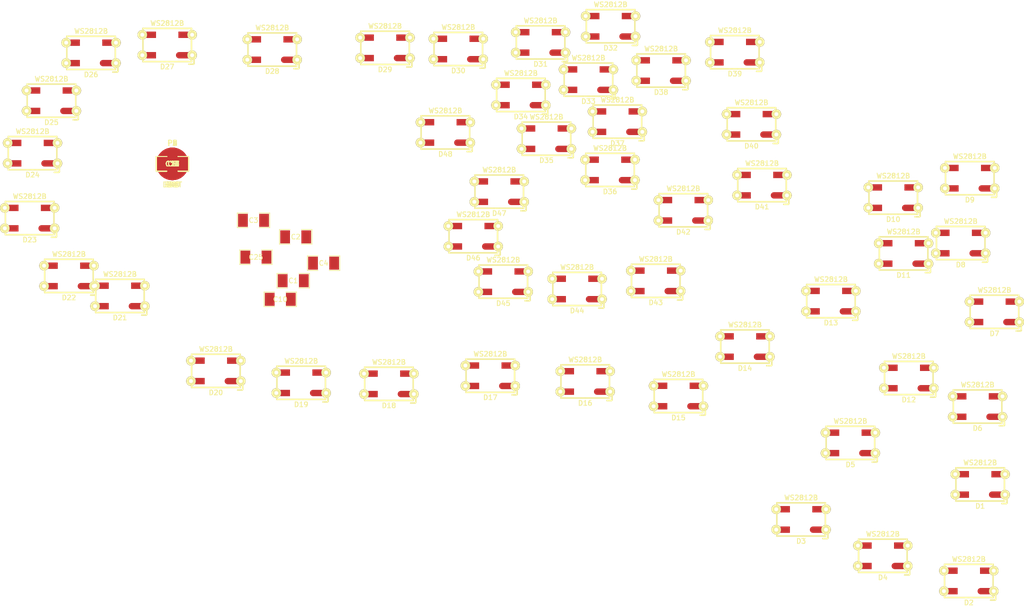
<source format=kicad_pcb>
(kicad_pcb (version 3) (host pcbnew "(2013-jul-07)-stable")

  (general
    (links 389)
    (no_connects 349)
    (area 0 0 0 0)
    (thickness 1.6)
    (drawings 0)
    (tracks 0)
    (zones 0)
    (modules 79)
    (nets 52)
  )

  (page User 203.2 152.4)
  (layers
    (15 F.Cu signal)
    (0 B.Cu signal)
    (16 B.Adhes user)
    (17 F.Adhes user)
    (18 B.Paste user)
    (19 F.Paste user)
    (20 B.SilkS user)
    (21 F.SilkS user)
    (22 B.Mask user)
    (23 F.Mask user)
    (24 Dwgs.User user)
    (25 Cmts.User user)
    (26 Eco1.User user)
    (27 Eco2.User user)
    (28 Edge.Cuts user)
  )

  (setup
    (last_trace_width 0.254)
    (trace_clearance 0.254)
    (zone_clearance 0.508)
    (zone_45_only no)
    (trace_min 0.254)
    (segment_width 0.2)
    (edge_width 0.1)
    (via_size 0.889)
    (via_drill 0.635)
    (via_min_size 0.889)
    (via_min_drill 0.508)
    (uvia_size 0.508)
    (uvia_drill 0.127)
    (uvias_allowed no)
    (uvia_min_size 0.508)
    (uvia_min_drill 0.127)
    (pcb_text_width 0.3)
    (pcb_text_size 1.5 1.5)
    (mod_edge_width 0.15)
    (mod_text_size 1 1)
    (mod_text_width 0.15)
    (pad_size 1.50114 1.00076)
    (pad_drill 0)
    (pad_to_mask_clearance 0)
    (aux_axis_origin 0 0)
    (visible_elements FFFFFFBF)
    (pcbplotparams
      (layerselection 3178497)
      (usegerberextensions true)
      (excludeedgelayer true)
      (linewidth 0.150000)
      (plotframeref false)
      (viasonmask false)
      (mode 1)
      (useauxorigin false)
      (hpglpennumber 1)
      (hpglpenspeed 20)
      (hpglpendiameter 15)
      (hpglpenoverlay 2)
      (psnegative false)
      (psa4output false)
      (plotreference true)
      (plotvalue true)
      (plotothertext true)
      (plotinvisibletext false)
      (padsonsilk false)
      (subtractmaskfromsilk false)
      (outputformat 1)
      (mirror false)
      (drillshape 1)
      (scaleselection 1)
      (outputdirectory ""))
  )

  (net 0 "")
  (net 1 GND)
  (net 2 N-0000010)
  (net 3 N-0000011)
  (net 4 N-0000012)
  (net 5 N-0000013)
  (net 6 N-0000014)
  (net 7 N-0000015)
  (net 8 N-0000016)
  (net 9 N-0000017)
  (net 10 N-0000018)
  (net 11 N-0000019)
  (net 12 N-0000020)
  (net 13 N-0000021)
  (net 14 N-0000022)
  (net 15 N-0000023)
  (net 16 N-0000024)
  (net 17 N-0000025)
  (net 18 N-0000026)
  (net 19 N-0000027)
  (net 20 N-0000028)
  (net 21 N-0000029)
  (net 22 N-000003)
  (net 23 N-0000030)
  (net 24 N-0000031)
  (net 25 N-0000032)
  (net 26 N-0000033)
  (net 27 N-0000034)
  (net 28 N-0000035)
  (net 29 N-0000036)
  (net 30 N-0000037)
  (net 31 N-0000038)
  (net 32 N-0000039)
  (net 33 N-000004)
  (net 34 N-0000040)
  (net 35 N-0000041)
  (net 36 N-0000042)
  (net 37 N-0000043)
  (net 38 N-0000044)
  (net 39 N-0000045)
  (net 40 N-0000046)
  (net 41 N-0000047)
  (net 42 N-0000048)
  (net 43 N-0000049)
  (net 44 N-000005)
  (net 45 N-0000050)
  (net 46 N-0000051)
  (net 47 N-000006)
  (net 48 N-000007)
  (net 49 N-000008)
  (net 50 N-000009)
  (net 51 VDD)

  (net_class Default "This is the default net class."
    (clearance 0.254)
    (trace_width 0.254)
    (via_dia 0.889)
    (via_drill 0.635)
    (uvia_dia 0.508)
    (uvia_drill 0.127)
    (add_net "")
    (add_net GND)
    (add_net N-0000010)
    (add_net N-0000011)
    (add_net N-0000012)
    (add_net N-0000013)
    (add_net N-0000014)
    (add_net N-0000015)
    (add_net N-0000016)
    (add_net N-0000017)
    (add_net N-0000018)
    (add_net N-0000019)
    (add_net N-0000020)
    (add_net N-0000021)
    (add_net N-0000022)
    (add_net N-0000023)
    (add_net N-0000024)
    (add_net N-0000025)
    (add_net N-0000026)
    (add_net N-0000027)
    (add_net N-0000028)
    (add_net N-0000029)
    (add_net N-000003)
    (add_net N-0000030)
    (add_net N-0000031)
    (add_net N-0000032)
    (add_net N-0000033)
    (add_net N-0000034)
    (add_net N-0000035)
    (add_net N-0000036)
    (add_net N-0000037)
    (add_net N-0000038)
    (add_net N-0000039)
    (add_net N-000004)
    (add_net N-0000040)
    (add_net N-0000041)
    (add_net N-0000042)
    (add_net N-0000043)
    (add_net N-0000044)
    (add_net N-0000045)
    (add_net N-0000046)
    (add_net N-0000047)
    (add_net N-0000048)
    (add_net N-0000049)
    (add_net N-000005)
    (add_net N-0000050)
    (add_net N-0000051)
    (add_net N-000006)
    (add_net N-000007)
    (add_net N-000008)
    (add_net N-000009)
    (add_net VDD)
  )

  (module WS2812BP (layer F.Cu) (tedit 5747A75B) (tstamp 57482A30)
    (at -53.01996 -6.6548)
    (path /5747B409)
    (fp_text reference D21 (at 0 3.29946) (layer F.SilkS)
      (effects (font (size 0.762 0.762) (thickness 0.1524)))
    )
    (fp_text value WS2812B (at 0 -3.50012) (layer F.SilkS)
      (effects (font (size 0.762 0.762) (thickness 0.1524)))
    )
    (fp_line (start 4.09956 2.90068) (end 4.20116 2.79908) (layer F.SilkS) (width 0.254))
    (fp_line (start 4.20116 2.79908) (end 4.20116 2.10058) (layer F.SilkS) (width 0.254))
    (fp_line (start 3.40106 2.90068) (end 4.09956 2.90068) (layer F.SilkS) (width 0.254))
    (fp_line (start 3.79984 -2.70002) (end 3.79984 2.49936) (layer F.SilkS) (width 0.254))
    (fp_line (start 3.79984 2.49936) (end -3.79984 2.49936) (layer F.SilkS) (width 0.254))
    (fp_line (start -3.79984 2.49936) (end -3.79984 -2.70002) (layer F.SilkS) (width 0.254))
    (fp_line (start -3.79984 -2.70002) (end 3.79984 -2.70002) (layer F.SilkS) (width 0.254))
    (pad 1 smd rect (at -2.49936 -1.69926) (size 1.50114 1.00076)
      (layers F.Cu F.Paste F.Mask)
      (net 51 VDD)
    )
    (pad 2 smd rect (at -2.49936 1.50114) (size 1.50114 1.00076)
      (layers F.Cu F.Paste F.Mask)
      (net 9 N-0000017)
    )
    (pad 3 smd oval (at 2.49936 1.50114) (size 2.26314 1.00076)
      (layers F.Cu F.Paste F.Mask)
      (net 1 GND)
    )
    (pad 4 smd rect (at 2.49936 -1.69926) (size 1.50114 1.00076)
      (layers F.Cu F.Paste F.Mask)
      (net 6 N-0000014)
    )
    (pad 1 thru_hole circle (at -3.9 -1.7) (size 1.5 1.5) (drill 0.6)
      (layers *.Cu *.Mask F.SilkS)
      (net 51 VDD)
    )
    (pad 2 thru_hole circle (at -3.9 1.5) (size 1.5 1.5) (drill 0.6)
      (layers *.Cu *.Mask F.SilkS)
      (net 9 N-0000017)
    )
    (pad 3 thru_hole circle (at 3.9 1.5) (size 1.5 1.5) (drill 0.6)
      (layers *.Cu *.Mask F.SilkS)
      (net 1 GND)
    )
    (pad 4 thru_hole circle (at 3.9 -1.7) (size 1.5 1.5) (drill 0.6)
      (layers *.Cu *.Mask F.SilkS)
      (net 6 N-0000014)
    )
  )

  (module WS2812BP (layer F.Cu) (tedit 5747A75B) (tstamp 57482A43)
    (at -0.03556 -45.3263)
    (path /5747B4D9)
    (fp_text reference D30 (at 0 3.29946) (layer F.SilkS)
      (effects (font (size 0.762 0.762) (thickness 0.1524)))
    )
    (fp_text value WS2812B (at 0 -3.50012) (layer F.SilkS)
      (effects (font (size 0.762 0.762) (thickness 0.1524)))
    )
    (fp_line (start 4.09956 2.90068) (end 4.20116 2.79908) (layer F.SilkS) (width 0.254))
    (fp_line (start 4.20116 2.79908) (end 4.20116 2.10058) (layer F.SilkS) (width 0.254))
    (fp_line (start 3.40106 2.90068) (end 4.09956 2.90068) (layer F.SilkS) (width 0.254))
    (fp_line (start 3.79984 -2.70002) (end 3.79984 2.49936) (layer F.SilkS) (width 0.254))
    (fp_line (start 3.79984 2.49936) (end -3.79984 2.49936) (layer F.SilkS) (width 0.254))
    (fp_line (start -3.79984 2.49936) (end -3.79984 -2.70002) (layer F.SilkS) (width 0.254))
    (fp_line (start -3.79984 -2.70002) (end 3.79984 -2.70002) (layer F.SilkS) (width 0.254))
    (pad 1 smd rect (at -2.49936 -1.69926) (size 1.50114 1.00076)
      (layers F.Cu F.Paste F.Mask)
      (net 51 VDD)
    )
    (pad 2 smd rect (at -2.49936 1.50114) (size 1.50114 1.00076)
      (layers F.Cu F.Paste F.Mask)
      (net 50 N-000009)
    )
    (pad 3 smd oval (at 2.49936 1.50114) (size 2.26314 1.00076)
      (layers F.Cu F.Paste F.Mask)
      (net 1 GND)
    )
    (pad 4 smd rect (at 2.49936 -1.69926) (size 1.50114 1.00076)
      (layers F.Cu F.Paste F.Mask)
      (net 48 N-000007)
    )
    (pad 1 thru_hole circle (at -3.9 -1.7) (size 1.5 1.5) (drill 0.6)
      (layers *.Cu *.Mask F.SilkS)
      (net 51 VDD)
    )
    (pad 2 thru_hole circle (at -3.9 1.5) (size 1.5 1.5) (drill 0.6)
      (layers *.Cu *.Mask F.SilkS)
      (net 50 N-000009)
    )
    (pad 3 thru_hole circle (at 3.9 1.5) (size 1.5 1.5) (drill 0.6)
      (layers *.Cu *.Mask F.SilkS)
      (net 1 GND)
    )
    (pad 4 thru_hole circle (at 3.9 -1.7) (size 1.5 1.5) (drill 0.6)
      (layers *.Cu *.Mask F.SilkS)
      (net 48 N-000007)
    )
  )

  (module WS2812BP (layer F.Cu) (tedit 5747A75B) (tstamp 57482A56)
    (at -11.50366 -45.5041)
    (path /5747B4BD)
    (fp_text reference D29 (at 0 3.29946) (layer F.SilkS)
      (effects (font (size 0.762 0.762) (thickness 0.1524)))
    )
    (fp_text value WS2812B (at 0 -3.50012) (layer F.SilkS)
      (effects (font (size 0.762 0.762) (thickness 0.1524)))
    )
    (fp_line (start 4.09956 2.90068) (end 4.20116 2.79908) (layer F.SilkS) (width 0.254))
    (fp_line (start 4.20116 2.79908) (end 4.20116 2.10058) (layer F.SilkS) (width 0.254))
    (fp_line (start 3.40106 2.90068) (end 4.09956 2.90068) (layer F.SilkS) (width 0.254))
    (fp_line (start 3.79984 -2.70002) (end 3.79984 2.49936) (layer F.SilkS) (width 0.254))
    (fp_line (start 3.79984 2.49936) (end -3.79984 2.49936) (layer F.SilkS) (width 0.254))
    (fp_line (start -3.79984 2.49936) (end -3.79984 -2.70002) (layer F.SilkS) (width 0.254))
    (fp_line (start -3.79984 -2.70002) (end 3.79984 -2.70002) (layer F.SilkS) (width 0.254))
    (pad 1 smd rect (at -2.49936 -1.69926) (size 1.50114 1.00076)
      (layers F.Cu F.Paste F.Mask)
      (net 51 VDD)
    )
    (pad 2 smd rect (at -2.49936 1.50114) (size 1.50114 1.00076)
      (layers F.Cu F.Paste F.Mask)
      (net 48 N-000007)
    )
    (pad 3 smd oval (at 2.49936 1.50114) (size 2.26314 1.00076)
      (layers F.Cu F.Paste F.Mask)
      (net 1 GND)
    )
    (pad 4 smd rect (at 2.49936 -1.69926) (size 1.50114 1.00076)
      (layers F.Cu F.Paste F.Mask)
      (net 33 N-000004)
    )
    (pad 1 thru_hole circle (at -3.9 -1.7) (size 1.5 1.5) (drill 0.6)
      (layers *.Cu *.Mask F.SilkS)
      (net 51 VDD)
    )
    (pad 2 thru_hole circle (at -3.9 1.5) (size 1.5 1.5) (drill 0.6)
      (layers *.Cu *.Mask F.SilkS)
      (net 48 N-000007)
    )
    (pad 3 thru_hole circle (at 3.9 1.5) (size 1.5 1.5) (drill 0.6)
      (layers *.Cu *.Mask F.SilkS)
      (net 1 GND)
    )
    (pad 4 thru_hole circle (at 3.9 -1.7) (size 1.5 1.5) (drill 0.6)
      (layers *.Cu *.Mask F.SilkS)
      (net 33 N-000004)
    )
  )

  (module WS2812BP (layer F.Cu) (tedit 5747A75B) (tstamp 57482A69)
    (at -29.1719 -45.2374)
    (path /5747B4AB)
    (fp_text reference D28 (at 0 3.29946) (layer F.SilkS)
      (effects (font (size 0.762 0.762) (thickness 0.1524)))
    )
    (fp_text value WS2812B (at 0 -3.50012) (layer F.SilkS)
      (effects (font (size 0.762 0.762) (thickness 0.1524)))
    )
    (fp_line (start 4.09956 2.90068) (end 4.20116 2.79908) (layer F.SilkS) (width 0.254))
    (fp_line (start 4.20116 2.79908) (end 4.20116 2.10058) (layer F.SilkS) (width 0.254))
    (fp_line (start 3.40106 2.90068) (end 4.09956 2.90068) (layer F.SilkS) (width 0.254))
    (fp_line (start 3.79984 -2.70002) (end 3.79984 2.49936) (layer F.SilkS) (width 0.254))
    (fp_line (start 3.79984 2.49936) (end -3.79984 2.49936) (layer F.SilkS) (width 0.254))
    (fp_line (start -3.79984 2.49936) (end -3.79984 -2.70002) (layer F.SilkS) (width 0.254))
    (fp_line (start -3.79984 -2.70002) (end 3.79984 -2.70002) (layer F.SilkS) (width 0.254))
    (pad 1 smd rect (at -2.49936 -1.69926) (size 1.50114 1.00076)
      (layers F.Cu F.Paste F.Mask)
      (net 51 VDD)
    )
    (pad 2 smd rect (at -2.49936 1.50114) (size 1.50114 1.00076)
      (layers F.Cu F.Paste F.Mask)
      (net 33 N-000004)
    )
    (pad 3 smd oval (at 2.49936 1.50114) (size 2.26314 1.00076)
      (layers F.Cu F.Paste F.Mask)
      (net 1 GND)
    )
    (pad 4 smd rect (at 2.49936 -1.69926) (size 1.50114 1.00076)
      (layers F.Cu F.Paste F.Mask)
      (net 44 N-000005)
    )
    (pad 1 thru_hole circle (at -3.9 -1.7) (size 1.5 1.5) (drill 0.6)
      (layers *.Cu *.Mask F.SilkS)
      (net 51 VDD)
    )
    (pad 2 thru_hole circle (at -3.9 1.5) (size 1.5 1.5) (drill 0.6)
      (layers *.Cu *.Mask F.SilkS)
      (net 33 N-000004)
    )
    (pad 3 thru_hole circle (at 3.9 1.5) (size 1.5 1.5) (drill 0.6)
      (layers *.Cu *.Mask F.SilkS)
      (net 1 GND)
    )
    (pad 4 thru_hole circle (at 3.9 -1.7) (size 1.5 1.5) (drill 0.6)
      (layers *.Cu *.Mask F.SilkS)
      (net 44 N-000005)
    )
  )

  (module WS2812BP (layer F.Cu) (tedit 5747A75B) (tstamp 57482A7C)
    (at -45.6184 -45.9486)
    (path /5747B499)
    (fp_text reference D27 (at 0 3.29946) (layer F.SilkS)
      (effects (font (size 0.762 0.762) (thickness 0.1524)))
    )
    (fp_text value WS2812B (at 0 -3.50012) (layer F.SilkS)
      (effects (font (size 0.762 0.762) (thickness 0.1524)))
    )
    (fp_line (start 4.09956 2.90068) (end 4.20116 2.79908) (layer F.SilkS) (width 0.254))
    (fp_line (start 4.20116 2.79908) (end 4.20116 2.10058) (layer F.SilkS) (width 0.254))
    (fp_line (start 3.40106 2.90068) (end 4.09956 2.90068) (layer F.SilkS) (width 0.254))
    (fp_line (start 3.79984 -2.70002) (end 3.79984 2.49936) (layer F.SilkS) (width 0.254))
    (fp_line (start 3.79984 2.49936) (end -3.79984 2.49936) (layer F.SilkS) (width 0.254))
    (fp_line (start -3.79984 2.49936) (end -3.79984 -2.70002) (layer F.SilkS) (width 0.254))
    (fp_line (start -3.79984 -2.70002) (end 3.79984 -2.70002) (layer F.SilkS) (width 0.254))
    (pad 1 smd rect (at -2.49936 -1.69926) (size 1.50114 1.00076)
      (layers F.Cu F.Paste F.Mask)
      (net 51 VDD)
    )
    (pad 2 smd rect (at -2.49936 1.50114) (size 1.50114 1.00076)
      (layers F.Cu F.Paste F.Mask)
      (net 44 N-000005)
    )
    (pad 3 smd oval (at 2.49936 1.50114) (size 2.26314 1.00076)
      (layers F.Cu F.Paste F.Mask)
      (net 1 GND)
    )
    (pad 4 smd rect (at 2.49936 -1.69926) (size 1.50114 1.00076)
      (layers F.Cu F.Paste F.Mask)
      (net 47 N-000006)
    )
    (pad 1 thru_hole circle (at -3.9 -1.7) (size 1.5 1.5) (drill 0.6)
      (layers *.Cu *.Mask F.SilkS)
      (net 51 VDD)
    )
    (pad 2 thru_hole circle (at -3.9 1.5) (size 1.5 1.5) (drill 0.6)
      (layers *.Cu *.Mask F.SilkS)
      (net 44 N-000005)
    )
    (pad 3 thru_hole circle (at 3.9 1.5) (size 1.5 1.5) (drill 0.6)
      (layers *.Cu *.Mask F.SilkS)
      (net 1 GND)
    )
    (pad 4 thru_hole circle (at 3.9 -1.7) (size 1.5 1.5) (drill 0.6)
      (layers *.Cu *.Mask F.SilkS)
      (net 47 N-000006)
    )
  )

  (module WS2812BP (layer F.Cu) (tedit 5747A75B) (tstamp 57482A8F)
    (at -57.54116 -44.71416)
    (path /5747B487)
    (fp_text reference D26 (at 0 3.29946) (layer F.SilkS)
      (effects (font (size 0.762 0.762) (thickness 0.1524)))
    )
    (fp_text value WS2812B (at 0 -3.50012) (layer F.SilkS)
      (effects (font (size 0.762 0.762) (thickness 0.1524)))
    )
    (fp_line (start 4.09956 2.90068) (end 4.20116 2.79908) (layer F.SilkS) (width 0.254))
    (fp_line (start 4.20116 2.79908) (end 4.20116 2.10058) (layer F.SilkS) (width 0.254))
    (fp_line (start 3.40106 2.90068) (end 4.09956 2.90068) (layer F.SilkS) (width 0.254))
    (fp_line (start 3.79984 -2.70002) (end 3.79984 2.49936) (layer F.SilkS) (width 0.254))
    (fp_line (start 3.79984 2.49936) (end -3.79984 2.49936) (layer F.SilkS) (width 0.254))
    (fp_line (start -3.79984 2.49936) (end -3.79984 -2.70002) (layer F.SilkS) (width 0.254))
    (fp_line (start -3.79984 -2.70002) (end 3.79984 -2.70002) (layer F.SilkS) (width 0.254))
    (pad 1 smd rect (at -2.49936 -1.69926) (size 1.50114 1.00076)
      (layers F.Cu F.Paste F.Mask)
      (net 51 VDD)
    )
    (pad 2 smd rect (at -2.49936 1.50114) (size 1.50114 1.00076)
      (layers F.Cu F.Paste F.Mask)
      (net 47 N-000006)
    )
    (pad 3 smd oval (at 2.49936 1.50114) (size 2.26314 1.00076)
      (layers F.Cu F.Paste F.Mask)
      (net 1 GND)
    )
    (pad 4 smd rect (at 2.49936 -1.69926) (size 1.50114 1.00076)
      (layers F.Cu F.Paste F.Mask)
      (net 22 N-000003)
    )
    (pad 1 thru_hole circle (at -3.9 -1.7) (size 1.5 1.5) (drill 0.6)
      (layers *.Cu *.Mask F.SilkS)
      (net 51 VDD)
    )
    (pad 2 thru_hole circle (at -3.9 1.5) (size 1.5 1.5) (drill 0.6)
      (layers *.Cu *.Mask F.SilkS)
      (net 47 N-000006)
    )
    (pad 3 thru_hole circle (at 3.9 1.5) (size 1.5 1.5) (drill 0.6)
      (layers *.Cu *.Mask F.SilkS)
      (net 1 GND)
    )
    (pad 4 thru_hole circle (at 3.9 -1.7) (size 1.5 1.5) (drill 0.6)
      (layers *.Cu *.Mask F.SilkS)
      (net 22 N-000003)
    )
  )

  (module WS2812BP (layer F.Cu) (tedit 5747A75B) (tstamp 57482AA2)
    (at -63.74384 -37.22624)
    (path /5747B475)
    (fp_text reference D25 (at 0 3.29946) (layer F.SilkS)
      (effects (font (size 0.762 0.762) (thickness 0.1524)))
    )
    (fp_text value WS2812B (at 0 -3.50012) (layer F.SilkS)
      (effects (font (size 0.762 0.762) (thickness 0.1524)))
    )
    (fp_line (start 4.09956 2.90068) (end 4.20116 2.79908) (layer F.SilkS) (width 0.254))
    (fp_line (start 4.20116 2.79908) (end 4.20116 2.10058) (layer F.SilkS) (width 0.254))
    (fp_line (start 3.40106 2.90068) (end 4.09956 2.90068) (layer F.SilkS) (width 0.254))
    (fp_line (start 3.79984 -2.70002) (end 3.79984 2.49936) (layer F.SilkS) (width 0.254))
    (fp_line (start 3.79984 2.49936) (end -3.79984 2.49936) (layer F.SilkS) (width 0.254))
    (fp_line (start -3.79984 2.49936) (end -3.79984 -2.70002) (layer F.SilkS) (width 0.254))
    (fp_line (start -3.79984 -2.70002) (end 3.79984 -2.70002) (layer F.SilkS) (width 0.254))
    (pad 1 smd rect (at -2.49936 -1.69926) (size 1.50114 1.00076)
      (layers F.Cu F.Paste F.Mask)
      (net 51 VDD)
    )
    (pad 2 smd rect (at -2.49936 1.50114) (size 1.50114 1.00076)
      (layers F.Cu F.Paste F.Mask)
      (net 22 N-000003)
    )
    (pad 3 smd oval (at 2.49936 1.50114) (size 2.26314 1.00076)
      (layers F.Cu F.Paste F.Mask)
      (net 1 GND)
    )
    (pad 4 smd rect (at 2.49936 -1.69926) (size 1.50114 1.00076)
      (layers F.Cu F.Paste F.Mask)
      (net 11 N-0000019)
    )
    (pad 1 thru_hole circle (at -3.9 -1.7) (size 1.5 1.5) (drill 0.6)
      (layers *.Cu *.Mask F.SilkS)
      (net 51 VDD)
    )
    (pad 2 thru_hole circle (at -3.9 1.5) (size 1.5 1.5) (drill 0.6)
      (layers *.Cu *.Mask F.SilkS)
      (net 22 N-000003)
    )
    (pad 3 thru_hole circle (at 3.9 1.5) (size 1.5 1.5) (drill 0.6)
      (layers *.Cu *.Mask F.SilkS)
      (net 1 GND)
    )
    (pad 4 thru_hole circle (at 3.9 -1.7) (size 1.5 1.5) (drill 0.6)
      (layers *.Cu *.Mask F.SilkS)
      (net 11 N-0000019)
    )
  )

  (module WS2812BP (layer F.Cu) (tedit 5747A75B) (tstamp 57482AB5)
    (at -66.70548 -29.01188)
    (path /5747B443)
    (fp_text reference D24 (at 0 3.29946) (layer F.SilkS)
      (effects (font (size 0.762 0.762) (thickness 0.1524)))
    )
    (fp_text value WS2812B (at 0 -3.50012) (layer F.SilkS)
      (effects (font (size 0.762 0.762) (thickness 0.1524)))
    )
    (fp_line (start 4.09956 2.90068) (end 4.20116 2.79908) (layer F.SilkS) (width 0.254))
    (fp_line (start 4.20116 2.79908) (end 4.20116 2.10058) (layer F.SilkS) (width 0.254))
    (fp_line (start 3.40106 2.90068) (end 4.09956 2.90068) (layer F.SilkS) (width 0.254))
    (fp_line (start 3.79984 -2.70002) (end 3.79984 2.49936) (layer F.SilkS) (width 0.254))
    (fp_line (start 3.79984 2.49936) (end -3.79984 2.49936) (layer F.SilkS) (width 0.254))
    (fp_line (start -3.79984 2.49936) (end -3.79984 -2.70002) (layer F.SilkS) (width 0.254))
    (fp_line (start -3.79984 -2.70002) (end 3.79984 -2.70002) (layer F.SilkS) (width 0.254))
    (pad 1 smd rect (at -2.49936 -1.69926) (size 1.50114 1.00076)
      (layers F.Cu F.Paste F.Mask)
      (net 51 VDD)
    )
    (pad 2 smd rect (at -2.49936 1.50114) (size 1.50114 1.00076)
      (layers F.Cu F.Paste F.Mask)
      (net 11 N-0000019)
    )
    (pad 3 smd oval (at 2.49936 1.50114) (size 2.26314 1.00076)
      (layers F.Cu F.Paste F.Mask)
      (net 1 GND)
    )
    (pad 4 smd rect (at 2.49936 -1.69926) (size 1.50114 1.00076)
      (layers F.Cu F.Paste F.Mask)
      (net 12 N-0000020)
    )
    (pad 1 thru_hole circle (at -3.9 -1.7) (size 1.5 1.5) (drill 0.6)
      (layers *.Cu *.Mask F.SilkS)
      (net 51 VDD)
    )
    (pad 2 thru_hole circle (at -3.9 1.5) (size 1.5 1.5) (drill 0.6)
      (layers *.Cu *.Mask F.SilkS)
      (net 11 N-0000019)
    )
    (pad 3 thru_hole circle (at 3.9 1.5) (size 1.5 1.5) (drill 0.6)
      (layers *.Cu *.Mask F.SilkS)
      (net 1 GND)
    )
    (pad 4 thru_hole circle (at 3.9 -1.7) (size 1.5 1.5) (drill 0.6)
      (layers *.Cu *.Mask F.SilkS)
      (net 12 N-0000020)
    )
  )

  (module WS2812BP (layer F.Cu) (tedit 5747A75B) (tstamp 57482AC8)
    (at -67.15252 -18.84172)
    (path /5747B42D)
    (fp_text reference D23 (at 0 3.29946) (layer F.SilkS)
      (effects (font (size 0.762 0.762) (thickness 0.1524)))
    )
    (fp_text value WS2812B (at 0 -3.50012) (layer F.SilkS)
      (effects (font (size 0.762 0.762) (thickness 0.1524)))
    )
    (fp_line (start 4.09956 2.90068) (end 4.20116 2.79908) (layer F.SilkS) (width 0.254))
    (fp_line (start 4.20116 2.79908) (end 4.20116 2.10058) (layer F.SilkS) (width 0.254))
    (fp_line (start 3.40106 2.90068) (end 4.09956 2.90068) (layer F.SilkS) (width 0.254))
    (fp_line (start 3.79984 -2.70002) (end 3.79984 2.49936) (layer F.SilkS) (width 0.254))
    (fp_line (start 3.79984 2.49936) (end -3.79984 2.49936) (layer F.SilkS) (width 0.254))
    (fp_line (start -3.79984 2.49936) (end -3.79984 -2.70002) (layer F.SilkS) (width 0.254))
    (fp_line (start -3.79984 -2.70002) (end 3.79984 -2.70002) (layer F.SilkS) (width 0.254))
    (pad 1 smd rect (at -2.49936 -1.69926) (size 1.50114 1.00076)
      (layers F.Cu F.Paste F.Mask)
      (net 51 VDD)
    )
    (pad 2 smd rect (at -2.49936 1.50114) (size 1.50114 1.00076)
      (layers F.Cu F.Paste F.Mask)
      (net 12 N-0000020)
    )
    (pad 3 smd oval (at 2.49936 1.50114) (size 2.26314 1.00076)
      (layers F.Cu F.Paste F.Mask)
      (net 1 GND)
    )
    (pad 4 smd rect (at 2.49936 -1.69926) (size 1.50114 1.00076)
      (layers F.Cu F.Paste F.Mask)
      (net 5 N-0000013)
    )
    (pad 1 thru_hole circle (at -3.9 -1.7) (size 1.5 1.5) (drill 0.6)
      (layers *.Cu *.Mask F.SilkS)
      (net 51 VDD)
    )
    (pad 2 thru_hole circle (at -3.9 1.5) (size 1.5 1.5) (drill 0.6)
      (layers *.Cu *.Mask F.SilkS)
      (net 12 N-0000020)
    )
    (pad 3 thru_hole circle (at 3.9 1.5) (size 1.5 1.5) (drill 0.6)
      (layers *.Cu *.Mask F.SilkS)
      (net 1 GND)
    )
    (pad 4 thru_hole circle (at 3.9 -1.7) (size 1.5 1.5) (drill 0.6)
      (layers *.Cu *.Mask F.SilkS)
      (net 5 N-0000013)
    )
  )

  (module WS2812BP (layer F.Cu) (tedit 5747A75B) (tstamp 57482ADB)
    (at -61.00572 -9.78916)
    (path /5747B41B)
    (fp_text reference D22 (at 0 3.29946) (layer F.SilkS)
      (effects (font (size 0.762 0.762) (thickness 0.1524)))
    )
    (fp_text value WS2812B (at 0 -3.50012) (layer F.SilkS)
      (effects (font (size 0.762 0.762) (thickness 0.1524)))
    )
    (fp_line (start 4.09956 2.90068) (end 4.20116 2.79908) (layer F.SilkS) (width 0.254))
    (fp_line (start 4.20116 2.79908) (end 4.20116 2.10058) (layer F.SilkS) (width 0.254))
    (fp_line (start 3.40106 2.90068) (end 4.09956 2.90068) (layer F.SilkS) (width 0.254))
    (fp_line (start 3.79984 -2.70002) (end 3.79984 2.49936) (layer F.SilkS) (width 0.254))
    (fp_line (start 3.79984 2.49936) (end -3.79984 2.49936) (layer F.SilkS) (width 0.254))
    (fp_line (start -3.79984 2.49936) (end -3.79984 -2.70002) (layer F.SilkS) (width 0.254))
    (fp_line (start -3.79984 -2.70002) (end 3.79984 -2.70002) (layer F.SilkS) (width 0.254))
    (pad 1 smd rect (at -2.49936 -1.69926) (size 1.50114 1.00076)
      (layers F.Cu F.Paste F.Mask)
      (net 51 VDD)
    )
    (pad 2 smd rect (at -2.49936 1.50114) (size 1.50114 1.00076)
      (layers F.Cu F.Paste F.Mask)
      (net 5 N-0000013)
    )
    (pad 3 smd oval (at 2.49936 1.50114) (size 2.26314 1.00076)
      (layers F.Cu F.Paste F.Mask)
      (net 1 GND)
    )
    (pad 4 smd rect (at 2.49936 -1.69926) (size 1.50114 1.00076)
      (layers F.Cu F.Paste F.Mask)
      (net 9 N-0000017)
    )
    (pad 1 thru_hole circle (at -3.9 -1.7) (size 1.5 1.5) (drill 0.6)
      (layers *.Cu *.Mask F.SilkS)
      (net 51 VDD)
    )
    (pad 2 thru_hole circle (at -3.9 1.5) (size 1.5 1.5) (drill 0.6)
      (layers *.Cu *.Mask F.SilkS)
      (net 5 N-0000013)
    )
    (pad 3 thru_hole circle (at 3.9 1.5) (size 1.5 1.5) (drill 0.6)
      (layers *.Cu *.Mask F.SilkS)
      (net 1 GND)
    )
    (pad 4 thru_hole circle (at 3.9 -1.7) (size 1.5 1.5) (drill 0.6)
      (layers *.Cu *.Mask F.SilkS)
      (net 9 N-0000017)
    )
  )

  (module WS2812BP (layer F.Cu) (tedit 5747A75B) (tstamp 57482AEE)
    (at 12.8524 -46.355)
    (path /5747B4EC)
    (fp_text reference D31 (at 0 3.29946) (layer F.SilkS)
      (effects (font (size 0.762 0.762) (thickness 0.1524)))
    )
    (fp_text value WS2812B (at 0 -3.50012) (layer F.SilkS)
      (effects (font (size 0.762 0.762) (thickness 0.1524)))
    )
    (fp_line (start 4.09956 2.90068) (end 4.20116 2.79908) (layer F.SilkS) (width 0.254))
    (fp_line (start 4.20116 2.79908) (end 4.20116 2.10058) (layer F.SilkS) (width 0.254))
    (fp_line (start 3.40106 2.90068) (end 4.09956 2.90068) (layer F.SilkS) (width 0.254))
    (fp_line (start 3.79984 -2.70002) (end 3.79984 2.49936) (layer F.SilkS) (width 0.254))
    (fp_line (start 3.79984 2.49936) (end -3.79984 2.49936) (layer F.SilkS) (width 0.254))
    (fp_line (start -3.79984 2.49936) (end -3.79984 -2.70002) (layer F.SilkS) (width 0.254))
    (fp_line (start -3.79984 -2.70002) (end 3.79984 -2.70002) (layer F.SilkS) (width 0.254))
    (pad 1 smd rect (at -2.49936 -1.69926) (size 1.50114 1.00076)
      (layers F.Cu F.Paste F.Mask)
      (net 51 VDD)
    )
    (pad 2 smd rect (at -2.49936 1.50114) (size 1.50114 1.00076)
      (layers F.Cu F.Paste F.Mask)
      (net 49 N-000008)
    )
    (pad 3 smd oval (at 2.49936 1.50114) (size 2.26314 1.00076)
      (layers F.Cu F.Paste F.Mask)
      (net 1 GND)
    )
    (pad 4 smd rect (at 2.49936 -1.69926) (size 1.50114 1.00076)
      (layers F.Cu F.Paste F.Mask)
      (net 50 N-000009)
    )
    (pad 1 thru_hole circle (at -3.9 -1.7) (size 1.5 1.5) (drill 0.6)
      (layers *.Cu *.Mask F.SilkS)
      (net 51 VDD)
    )
    (pad 2 thru_hole circle (at -3.9 1.5) (size 1.5 1.5) (drill 0.6)
      (layers *.Cu *.Mask F.SilkS)
      (net 49 N-000008)
    )
    (pad 3 thru_hole circle (at 3.9 1.5) (size 1.5 1.5) (drill 0.6)
      (layers *.Cu *.Mask F.SilkS)
      (net 1 GND)
    )
    (pad 4 thru_hole circle (at 3.9 -1.7) (size 1.5 1.5) (drill 0.6)
      (layers *.Cu *.Mask F.SilkS)
      (net 50 N-000009)
    )
  )

  (module WS2812BP (layer F.Cu) (tedit 5747A75B) (tstamp 57482B01)
    (at -37.99586 5.08)
    (path /5747B3F7)
    (fp_text reference D20 (at 0 3.29946) (layer F.SilkS)
      (effects (font (size 0.762 0.762) (thickness 0.1524)))
    )
    (fp_text value WS2812B (at 0 -3.50012) (layer F.SilkS)
      (effects (font (size 0.762 0.762) (thickness 0.1524)))
    )
    (fp_line (start 4.09956 2.90068) (end 4.20116 2.79908) (layer F.SilkS) (width 0.254))
    (fp_line (start 4.20116 2.79908) (end 4.20116 2.10058) (layer F.SilkS) (width 0.254))
    (fp_line (start 3.40106 2.90068) (end 4.09956 2.90068) (layer F.SilkS) (width 0.254))
    (fp_line (start 3.79984 -2.70002) (end 3.79984 2.49936) (layer F.SilkS) (width 0.254))
    (fp_line (start 3.79984 2.49936) (end -3.79984 2.49936) (layer F.SilkS) (width 0.254))
    (fp_line (start -3.79984 2.49936) (end -3.79984 -2.70002) (layer F.SilkS) (width 0.254))
    (fp_line (start -3.79984 -2.70002) (end 3.79984 -2.70002) (layer F.SilkS) (width 0.254))
    (pad 1 smd rect (at -2.49936 -1.69926) (size 1.50114 1.00076)
      (layers F.Cu F.Paste F.Mask)
      (net 51 VDD)
    )
    (pad 2 smd rect (at -2.49936 1.50114) (size 1.50114 1.00076)
      (layers F.Cu F.Paste F.Mask)
      (net 6 N-0000014)
    )
    (pad 3 smd oval (at 2.49936 1.50114) (size 2.26314 1.00076)
      (layers F.Cu F.Paste F.Mask)
      (net 1 GND)
    )
    (pad 4 smd rect (at 2.49936 -1.69926) (size 1.50114 1.00076)
      (layers F.Cu F.Paste F.Mask)
      (net 8 N-0000016)
    )
    (pad 1 thru_hole circle (at -3.9 -1.7) (size 1.5 1.5) (drill 0.6)
      (layers *.Cu *.Mask F.SilkS)
      (net 51 VDD)
    )
    (pad 2 thru_hole circle (at -3.9 1.5) (size 1.5 1.5) (drill 0.6)
      (layers *.Cu *.Mask F.SilkS)
      (net 6 N-0000014)
    )
    (pad 3 thru_hole circle (at 3.9 1.5) (size 1.5 1.5) (drill 0.6)
      (layers *.Cu *.Mask F.SilkS)
      (net 1 GND)
    )
    (pad 4 thru_hole circle (at 3.9 -1.7) (size 1.5 1.5) (drill 0.6)
      (layers *.Cu *.Mask F.SilkS)
      (net 8 N-0000016)
    )
  )

  (module WS2812BP (layer F.Cu) (tedit 5747A75B) (tstamp 57482B14)
    (at -24.638 6.9469)
    (path /5747B3E5)
    (fp_text reference D19 (at 0 3.29946) (layer F.SilkS)
      (effects (font (size 0.762 0.762) (thickness 0.1524)))
    )
    (fp_text value WS2812B (at 0 -3.50012) (layer F.SilkS)
      (effects (font (size 0.762 0.762) (thickness 0.1524)))
    )
    (fp_line (start 4.09956 2.90068) (end 4.20116 2.79908) (layer F.SilkS) (width 0.254))
    (fp_line (start 4.20116 2.79908) (end 4.20116 2.10058) (layer F.SilkS) (width 0.254))
    (fp_line (start 3.40106 2.90068) (end 4.09956 2.90068) (layer F.SilkS) (width 0.254))
    (fp_line (start 3.79984 -2.70002) (end 3.79984 2.49936) (layer F.SilkS) (width 0.254))
    (fp_line (start 3.79984 2.49936) (end -3.79984 2.49936) (layer F.SilkS) (width 0.254))
    (fp_line (start -3.79984 2.49936) (end -3.79984 -2.70002) (layer F.SilkS) (width 0.254))
    (fp_line (start -3.79984 -2.70002) (end 3.79984 -2.70002) (layer F.SilkS) (width 0.254))
    (pad 1 smd rect (at -2.49936 -1.69926) (size 1.50114 1.00076)
      (layers F.Cu F.Paste F.Mask)
      (net 51 VDD)
    )
    (pad 2 smd rect (at -2.49936 1.50114) (size 1.50114 1.00076)
      (layers F.Cu F.Paste F.Mask)
      (net 8 N-0000016)
    )
    (pad 3 smd oval (at 2.49936 1.50114) (size 2.26314 1.00076)
      (layers F.Cu F.Paste F.Mask)
      (net 1 GND)
    )
    (pad 4 smd rect (at 2.49936 -1.69926) (size 1.50114 1.00076)
      (layers F.Cu F.Paste F.Mask)
      (net 7 N-0000015)
    )
    (pad 1 thru_hole circle (at -3.9 -1.7) (size 1.5 1.5) (drill 0.6)
      (layers *.Cu *.Mask F.SilkS)
      (net 51 VDD)
    )
    (pad 2 thru_hole circle (at -3.9 1.5) (size 1.5 1.5) (drill 0.6)
      (layers *.Cu *.Mask F.SilkS)
      (net 8 N-0000016)
    )
    (pad 3 thru_hole circle (at 3.9 1.5) (size 1.5 1.5) (drill 0.6)
      (layers *.Cu *.Mask F.SilkS)
      (net 1 GND)
    )
    (pad 4 thru_hole circle (at 3.9 -1.7) (size 1.5 1.5) (drill 0.6)
      (layers *.Cu *.Mask F.SilkS)
      (net 7 N-0000015)
    )
  )

  (module WS2812BP (layer F.Cu) (tedit 5747A75B) (tstamp 57482B27)
    (at -10.8966 7.112)
    (path /5747B3D2)
    (fp_text reference D18 (at 0 3.29946) (layer F.SilkS)
      (effects (font (size 0.762 0.762) (thickness 0.1524)))
    )
    (fp_text value WS2812B (at 0 -3.50012) (layer F.SilkS)
      (effects (font (size 0.762 0.762) (thickness 0.1524)))
    )
    (fp_line (start 4.09956 2.90068) (end 4.20116 2.79908) (layer F.SilkS) (width 0.254))
    (fp_line (start 4.20116 2.79908) (end 4.20116 2.10058) (layer F.SilkS) (width 0.254))
    (fp_line (start 3.40106 2.90068) (end 4.09956 2.90068) (layer F.SilkS) (width 0.254))
    (fp_line (start 3.79984 -2.70002) (end 3.79984 2.49936) (layer F.SilkS) (width 0.254))
    (fp_line (start 3.79984 2.49936) (end -3.79984 2.49936) (layer F.SilkS) (width 0.254))
    (fp_line (start -3.79984 2.49936) (end -3.79984 -2.70002) (layer F.SilkS) (width 0.254))
    (fp_line (start -3.79984 -2.70002) (end 3.79984 -2.70002) (layer F.SilkS) (width 0.254))
    (pad 1 smd rect (at -2.49936 -1.69926) (size 1.50114 1.00076)
      (layers F.Cu F.Paste F.Mask)
      (net 51 VDD)
    )
    (pad 2 smd rect (at -2.49936 1.50114) (size 1.50114 1.00076)
      (layers F.Cu F.Paste F.Mask)
      (net 7 N-0000015)
    )
    (pad 3 smd oval (at 2.49936 1.50114) (size 2.26314 1.00076)
      (layers F.Cu F.Paste F.Mask)
      (net 1 GND)
    )
    (pad 4 smd rect (at 2.49936 -1.69926) (size 1.50114 1.00076)
      (layers F.Cu F.Paste F.Mask)
      (net 27 N-0000034)
    )
    (pad 1 thru_hole circle (at -3.9 -1.7) (size 1.5 1.5) (drill 0.6)
      (layers *.Cu *.Mask F.SilkS)
      (net 51 VDD)
    )
    (pad 2 thru_hole circle (at -3.9 1.5) (size 1.5 1.5) (drill 0.6)
      (layers *.Cu *.Mask F.SilkS)
      (net 7 N-0000015)
    )
    (pad 3 thru_hole circle (at 3.9 1.5) (size 1.5 1.5) (drill 0.6)
      (layers *.Cu *.Mask F.SilkS)
      (net 1 GND)
    )
    (pad 4 thru_hole circle (at 3.9 -1.7) (size 1.5 1.5) (drill 0.6)
      (layers *.Cu *.Mask F.SilkS)
      (net 27 N-0000034)
    )
  )

  (module WS2812BP (layer F.Cu) (tedit 5747A75B) (tstamp 57482B3A)
    (at 4.9784 5.842)
    (path /5747B3B6)
    (fp_text reference D17 (at 0 3.29946) (layer F.SilkS)
      (effects (font (size 0.762 0.762) (thickness 0.1524)))
    )
    (fp_text value WS2812B (at 0 -3.50012) (layer F.SilkS)
      (effects (font (size 0.762 0.762) (thickness 0.1524)))
    )
    (fp_line (start 4.09956 2.90068) (end 4.20116 2.79908) (layer F.SilkS) (width 0.254))
    (fp_line (start 4.20116 2.79908) (end 4.20116 2.10058) (layer F.SilkS) (width 0.254))
    (fp_line (start 3.40106 2.90068) (end 4.09956 2.90068) (layer F.SilkS) (width 0.254))
    (fp_line (start 3.79984 -2.70002) (end 3.79984 2.49936) (layer F.SilkS) (width 0.254))
    (fp_line (start 3.79984 2.49936) (end -3.79984 2.49936) (layer F.SilkS) (width 0.254))
    (fp_line (start -3.79984 2.49936) (end -3.79984 -2.70002) (layer F.SilkS) (width 0.254))
    (fp_line (start -3.79984 -2.70002) (end 3.79984 -2.70002) (layer F.SilkS) (width 0.254))
    (pad 1 smd rect (at -2.49936 -1.69926) (size 1.50114 1.00076)
      (layers F.Cu F.Paste F.Mask)
      (net 51 VDD)
    )
    (pad 2 smd rect (at -2.49936 1.50114) (size 1.50114 1.00076)
      (layers F.Cu F.Paste F.Mask)
      (net 27 N-0000034)
    )
    (pad 3 smd oval (at 2.49936 1.50114) (size 2.26314 1.00076)
      (layers F.Cu F.Paste F.Mask)
      (net 1 GND)
    )
    (pad 4 smd rect (at 2.49936 -1.69926) (size 1.50114 1.00076)
      (layers F.Cu F.Paste F.Mask)
      (net 43 N-0000049)
    )
    (pad 1 thru_hole circle (at -3.9 -1.7) (size 1.5 1.5) (drill 0.6)
      (layers *.Cu *.Mask F.SilkS)
      (net 51 VDD)
    )
    (pad 2 thru_hole circle (at -3.9 1.5) (size 1.5 1.5) (drill 0.6)
      (layers *.Cu *.Mask F.SilkS)
      (net 27 N-0000034)
    )
    (pad 3 thru_hole circle (at 3.9 1.5) (size 1.5 1.5) (drill 0.6)
      (layers *.Cu *.Mask F.SilkS)
      (net 1 GND)
    )
    (pad 4 thru_hole circle (at 3.9 -1.7) (size 1.5 1.5) (drill 0.6)
      (layers *.Cu *.Mask F.SilkS)
      (net 43 N-0000049)
    )
  )

  (module WS2812BP (layer F.Cu) (tedit 5747A75B) (tstamp 57482B4D)
    (at 19.8374 6.731)
    (path /5747B3A4)
    (fp_text reference D16 (at 0 3.29946) (layer F.SilkS)
      (effects (font (size 0.762 0.762) (thickness 0.1524)))
    )
    (fp_text value WS2812B (at 0 -3.50012) (layer F.SilkS)
      (effects (font (size 0.762 0.762) (thickness 0.1524)))
    )
    (fp_line (start 4.09956 2.90068) (end 4.20116 2.79908) (layer F.SilkS) (width 0.254))
    (fp_line (start 4.20116 2.79908) (end 4.20116 2.10058) (layer F.SilkS) (width 0.254))
    (fp_line (start 3.40106 2.90068) (end 4.09956 2.90068) (layer F.SilkS) (width 0.254))
    (fp_line (start 3.79984 -2.70002) (end 3.79984 2.49936) (layer F.SilkS) (width 0.254))
    (fp_line (start 3.79984 2.49936) (end -3.79984 2.49936) (layer F.SilkS) (width 0.254))
    (fp_line (start -3.79984 2.49936) (end -3.79984 -2.70002) (layer F.SilkS) (width 0.254))
    (fp_line (start -3.79984 -2.70002) (end 3.79984 -2.70002) (layer F.SilkS) (width 0.254))
    (pad 1 smd rect (at -2.49936 -1.69926) (size 1.50114 1.00076)
      (layers F.Cu F.Paste F.Mask)
      (net 51 VDD)
    )
    (pad 2 smd rect (at -2.49936 1.50114) (size 1.50114 1.00076)
      (layers F.Cu F.Paste F.Mask)
      (net 43 N-0000049)
    )
    (pad 3 smd oval (at 2.49936 1.50114) (size 2.26314 1.00076)
      (layers F.Cu F.Paste F.Mask)
      (net 1 GND)
    )
    (pad 4 smd rect (at 2.49936 -1.69926) (size 1.50114 1.00076)
      (layers F.Cu F.Paste F.Mask)
      (net 45 N-0000050)
    )
    (pad 1 thru_hole circle (at -3.9 -1.7) (size 1.5 1.5) (drill 0.6)
      (layers *.Cu *.Mask F.SilkS)
      (net 51 VDD)
    )
    (pad 2 thru_hole circle (at -3.9 1.5) (size 1.5 1.5) (drill 0.6)
      (layers *.Cu *.Mask F.SilkS)
      (net 43 N-0000049)
    )
    (pad 3 thru_hole circle (at 3.9 1.5) (size 1.5 1.5) (drill 0.6)
      (layers *.Cu *.Mask F.SilkS)
      (net 1 GND)
    )
    (pad 4 thru_hole circle (at 3.9 -1.7) (size 1.5 1.5) (drill 0.6)
      (layers *.Cu *.Mask F.SilkS)
      (net 45 N-0000050)
    )
  )

  (module WS2812BP (layer F.Cu) (tedit 5747A75B) (tstamp 57482B60)
    (at 34.4424 9.017)
    (path /5747B392)
    (fp_text reference D15 (at 0 3.29946) (layer F.SilkS)
      (effects (font (size 0.762 0.762) (thickness 0.1524)))
    )
    (fp_text value WS2812B (at 0 -3.50012) (layer F.SilkS)
      (effects (font (size 0.762 0.762) (thickness 0.1524)))
    )
    (fp_line (start 4.09956 2.90068) (end 4.20116 2.79908) (layer F.SilkS) (width 0.254))
    (fp_line (start 4.20116 2.79908) (end 4.20116 2.10058) (layer F.SilkS) (width 0.254))
    (fp_line (start 3.40106 2.90068) (end 4.09956 2.90068) (layer F.SilkS) (width 0.254))
    (fp_line (start 3.79984 -2.70002) (end 3.79984 2.49936) (layer F.SilkS) (width 0.254))
    (fp_line (start 3.79984 2.49936) (end -3.79984 2.49936) (layer F.SilkS) (width 0.254))
    (fp_line (start -3.79984 2.49936) (end -3.79984 -2.70002) (layer F.SilkS) (width 0.254))
    (fp_line (start -3.79984 -2.70002) (end 3.79984 -2.70002) (layer F.SilkS) (width 0.254))
    (pad 1 smd rect (at -2.49936 -1.69926) (size 1.50114 1.00076)
      (layers F.Cu F.Paste F.Mask)
      (net 51 VDD)
    )
    (pad 2 smd rect (at -2.49936 1.50114) (size 1.50114 1.00076)
      (layers F.Cu F.Paste F.Mask)
      (net 45 N-0000050)
    )
    (pad 3 smd oval (at 2.49936 1.50114) (size 2.26314 1.00076)
      (layers F.Cu F.Paste F.Mask)
      (net 1 GND)
    )
    (pad 4 smd rect (at 2.49936 -1.69926) (size 1.50114 1.00076)
      (layers F.Cu F.Paste F.Mask)
      (net 37 N-0000043)
    )
    (pad 1 thru_hole circle (at -3.9 -1.7) (size 1.5 1.5) (drill 0.6)
      (layers *.Cu *.Mask F.SilkS)
      (net 51 VDD)
    )
    (pad 2 thru_hole circle (at -3.9 1.5) (size 1.5 1.5) (drill 0.6)
      (layers *.Cu *.Mask F.SilkS)
      (net 45 N-0000050)
    )
    (pad 3 thru_hole circle (at 3.9 1.5) (size 1.5 1.5) (drill 0.6)
      (layers *.Cu *.Mask F.SilkS)
      (net 1 GND)
    )
    (pad 4 thru_hole circle (at 3.9 -1.7) (size 1.5 1.5) (drill 0.6)
      (layers *.Cu *.Mask F.SilkS)
      (net 37 N-0000043)
    )
  )

  (module WS2812BP (layer F.Cu) (tedit 5747A75B) (tstamp 57482B73)
    (at 44.8564 1.27)
    (path /5747B380)
    (fp_text reference D14 (at 0 3.29946) (layer F.SilkS)
      (effects (font (size 0.762 0.762) (thickness 0.1524)))
    )
    (fp_text value WS2812B (at 0 -3.50012) (layer F.SilkS)
      (effects (font (size 0.762 0.762) (thickness 0.1524)))
    )
    (fp_line (start 4.09956 2.90068) (end 4.20116 2.79908) (layer F.SilkS) (width 0.254))
    (fp_line (start 4.20116 2.79908) (end 4.20116 2.10058) (layer F.SilkS) (width 0.254))
    (fp_line (start 3.40106 2.90068) (end 4.09956 2.90068) (layer F.SilkS) (width 0.254))
    (fp_line (start 3.79984 -2.70002) (end 3.79984 2.49936) (layer F.SilkS) (width 0.254))
    (fp_line (start 3.79984 2.49936) (end -3.79984 2.49936) (layer F.SilkS) (width 0.254))
    (fp_line (start -3.79984 2.49936) (end -3.79984 -2.70002) (layer F.SilkS) (width 0.254))
    (fp_line (start -3.79984 -2.70002) (end 3.79984 -2.70002) (layer F.SilkS) (width 0.254))
    (pad 1 smd rect (at -2.49936 -1.69926) (size 1.50114 1.00076)
      (layers F.Cu F.Paste F.Mask)
      (net 51 VDD)
    )
    (pad 2 smd rect (at -2.49936 1.50114) (size 1.50114 1.00076)
      (layers F.Cu F.Paste F.Mask)
      (net 37 N-0000043)
    )
    (pad 3 smd oval (at 2.49936 1.50114) (size 2.26314 1.00076)
      (layers F.Cu F.Paste F.Mask)
      (net 1 GND)
    )
    (pad 4 smd rect (at 2.49936 -1.69926) (size 1.50114 1.00076)
      (layers F.Cu F.Paste F.Mask)
      (net 38 N-0000044)
    )
    (pad 1 thru_hole circle (at -3.9 -1.7) (size 1.5 1.5) (drill 0.6)
      (layers *.Cu *.Mask F.SilkS)
      (net 51 VDD)
    )
    (pad 2 thru_hole circle (at -3.9 1.5) (size 1.5 1.5) (drill 0.6)
      (layers *.Cu *.Mask F.SilkS)
      (net 37 N-0000043)
    )
    (pad 3 thru_hole circle (at 3.9 1.5) (size 1.5 1.5) (drill 0.6)
      (layers *.Cu *.Mask F.SilkS)
      (net 1 GND)
    )
    (pad 4 thru_hole circle (at 3.9 -1.7) (size 1.5 1.5) (drill 0.6)
      (layers *.Cu *.Mask F.SilkS)
      (net 38 N-0000044)
    )
  )

  (module WS2812BP (layer F.Cu) (tedit 5747A75B) (tstamp 57482B86)
    (at 58.3184 -5.842)
    (path /5747B36E)
    (fp_text reference D13 (at 0 3.29946) (layer F.SilkS)
      (effects (font (size 0.762 0.762) (thickness 0.1524)))
    )
    (fp_text value WS2812B (at 0 -3.50012) (layer F.SilkS)
      (effects (font (size 0.762 0.762) (thickness 0.1524)))
    )
    (fp_line (start 4.09956 2.90068) (end 4.20116 2.79908) (layer F.SilkS) (width 0.254))
    (fp_line (start 4.20116 2.79908) (end 4.20116 2.10058) (layer F.SilkS) (width 0.254))
    (fp_line (start 3.40106 2.90068) (end 4.09956 2.90068) (layer F.SilkS) (width 0.254))
    (fp_line (start 3.79984 -2.70002) (end 3.79984 2.49936) (layer F.SilkS) (width 0.254))
    (fp_line (start 3.79984 2.49936) (end -3.79984 2.49936) (layer F.SilkS) (width 0.254))
    (fp_line (start -3.79984 2.49936) (end -3.79984 -2.70002) (layer F.SilkS) (width 0.254))
    (fp_line (start -3.79984 -2.70002) (end 3.79984 -2.70002) (layer F.SilkS) (width 0.254))
    (pad 1 smd rect (at -2.49936 -1.69926) (size 1.50114 1.00076)
      (layers F.Cu F.Paste F.Mask)
      (net 51 VDD)
    )
    (pad 2 smd rect (at -2.49936 1.50114) (size 1.50114 1.00076)
      (layers F.Cu F.Paste F.Mask)
      (net 38 N-0000044)
    )
    (pad 3 smd oval (at 2.49936 1.50114) (size 2.26314 1.00076)
      (layers F.Cu F.Paste F.Mask)
      (net 1 GND)
    )
    (pad 4 smd rect (at 2.49936 -1.69926) (size 1.50114 1.00076)
      (layers F.Cu F.Paste F.Mask)
      (net 10 N-0000018)
    )
    (pad 1 thru_hole circle (at -3.9 -1.7) (size 1.5 1.5) (drill 0.6)
      (layers *.Cu *.Mask F.SilkS)
      (net 51 VDD)
    )
    (pad 2 thru_hole circle (at -3.9 1.5) (size 1.5 1.5) (drill 0.6)
      (layers *.Cu *.Mask F.SilkS)
      (net 38 N-0000044)
    )
    (pad 3 thru_hole circle (at 3.9 1.5) (size 1.5 1.5) (drill 0.6)
      (layers *.Cu *.Mask F.SilkS)
      (net 1 GND)
    )
    (pad 4 thru_hole circle (at 3.9 -1.7) (size 1.5 1.5) (drill 0.6)
      (layers *.Cu *.Mask F.SilkS)
      (net 10 N-0000018)
    )
  )

  (module WS2812BP (layer F.Cu) (tedit 5747A75B) (tstamp 57482B99)
    (at 45.8724 -33.528)
    (path /5747B596)
    (fp_text reference D40 (at 0 3.29946) (layer F.SilkS)
      (effects (font (size 0.762 0.762) (thickness 0.1524)))
    )
    (fp_text value WS2812B (at 0 -3.50012) (layer F.SilkS)
      (effects (font (size 0.762 0.762) (thickness 0.1524)))
    )
    (fp_line (start 4.09956 2.90068) (end 4.20116 2.79908) (layer F.SilkS) (width 0.254))
    (fp_line (start 4.20116 2.79908) (end 4.20116 2.10058) (layer F.SilkS) (width 0.254))
    (fp_line (start 3.40106 2.90068) (end 4.09956 2.90068) (layer F.SilkS) (width 0.254))
    (fp_line (start 3.79984 -2.70002) (end 3.79984 2.49936) (layer F.SilkS) (width 0.254))
    (fp_line (start 3.79984 2.49936) (end -3.79984 2.49936) (layer F.SilkS) (width 0.254))
    (fp_line (start -3.79984 2.49936) (end -3.79984 -2.70002) (layer F.SilkS) (width 0.254))
    (fp_line (start -3.79984 -2.70002) (end 3.79984 -2.70002) (layer F.SilkS) (width 0.254))
    (pad 1 smd rect (at -2.49936 -1.69926) (size 1.50114 1.00076)
      (layers F.Cu F.Paste F.Mask)
      (net 51 VDD)
    )
    (pad 2 smd rect (at -2.49936 1.50114) (size 1.50114 1.00076)
      (layers F.Cu F.Paste F.Mask)
      (net 28 N-0000035)
    )
    (pad 3 smd oval (at 2.49936 1.50114) (size 2.26314 1.00076)
      (layers F.Cu F.Paste F.Mask)
      (net 1 GND)
    )
    (pad 4 smd rect (at 2.49936 -1.69926) (size 1.50114 1.00076)
      (layers F.Cu F.Paste F.Mask)
      (net 21 N-0000029)
    )
    (pad 1 thru_hole circle (at -3.9 -1.7) (size 1.5 1.5) (drill 0.6)
      (layers *.Cu *.Mask F.SilkS)
      (net 51 VDD)
    )
    (pad 2 thru_hole circle (at -3.9 1.5) (size 1.5 1.5) (drill 0.6)
      (layers *.Cu *.Mask F.SilkS)
      (net 28 N-0000035)
    )
    (pad 3 thru_hole circle (at 3.9 1.5) (size 1.5 1.5) (drill 0.6)
      (layers *.Cu *.Mask F.SilkS)
      (net 1 GND)
    )
    (pad 4 thru_hole circle (at 3.9 -1.7) (size 1.5 1.5) (drill 0.6)
      (layers *.Cu *.Mask F.SilkS)
      (net 21 N-0000029)
    )
  )

  (module WS2812BP (layer F.Cu) (tedit 5747A75B) (tstamp 57482BAC)
    (at -2.0574 -32.258)
    (path /5747B62F)
    (fp_text reference D48 (at 0 3.29946) (layer F.SilkS)
      (effects (font (size 0.762 0.762) (thickness 0.1524)))
    )
    (fp_text value WS2812B (at 0 -3.50012) (layer F.SilkS)
      (effects (font (size 0.762 0.762) (thickness 0.1524)))
    )
    (fp_line (start 4.09956 2.90068) (end 4.20116 2.79908) (layer F.SilkS) (width 0.254))
    (fp_line (start 4.20116 2.79908) (end 4.20116 2.10058) (layer F.SilkS) (width 0.254))
    (fp_line (start 3.40106 2.90068) (end 4.09956 2.90068) (layer F.SilkS) (width 0.254))
    (fp_line (start 3.79984 -2.70002) (end 3.79984 2.49936) (layer F.SilkS) (width 0.254))
    (fp_line (start 3.79984 2.49936) (end -3.79984 2.49936) (layer F.SilkS) (width 0.254))
    (fp_line (start -3.79984 2.49936) (end -3.79984 -2.70002) (layer F.SilkS) (width 0.254))
    (fp_line (start -3.79984 -2.70002) (end 3.79984 -2.70002) (layer F.SilkS) (width 0.254))
    (pad 1 smd rect (at -2.49936 -1.69926) (size 1.50114 1.00076)
      (layers F.Cu F.Paste F.Mask)
      (net 51 VDD)
    )
    (pad 2 smd rect (at -2.49936 1.50114) (size 1.50114 1.00076)
      (layers F.Cu F.Paste F.Mask)
      (net 17 N-0000025)
    )
    (pad 3 smd oval (at 2.49936 1.50114) (size 2.26314 1.00076)
      (layers F.Cu F.Paste F.Mask)
      (net 1 GND)
    )
    (pad 4 smd rect (at 2.49936 -1.69926) (size 1.50114 1.00076)
      (layers F.Cu F.Paste F.Mask)
      (net 18 N-0000026)
    )
    (pad 1 thru_hole circle (at -3.9 -1.7) (size 1.5 1.5) (drill 0.6)
      (layers *.Cu *.Mask F.SilkS)
      (net 51 VDD)
    )
    (pad 2 thru_hole circle (at -3.9 1.5) (size 1.5 1.5) (drill 0.6)
      (layers *.Cu *.Mask F.SilkS)
      (net 17 N-0000025)
    )
    (pad 3 thru_hole circle (at 3.9 1.5) (size 1.5 1.5) (drill 0.6)
      (layers *.Cu *.Mask F.SilkS)
      (net 1 GND)
    )
    (pad 4 thru_hole circle (at 3.9 -1.7) (size 1.5 1.5) (drill 0.6)
      (layers *.Cu *.Mask F.SilkS)
      (net 18 N-0000026)
    )
  )

  (module WS2812BP (layer F.Cu) (tedit 5747A75B) (tstamp 57482BBF)
    (at 6.3754 -22.987)
    (path /5747B619)
    (fp_text reference D47 (at 0 3.29946) (layer F.SilkS)
      (effects (font (size 0.762 0.762) (thickness 0.1524)))
    )
    (fp_text value WS2812B (at 0 -3.50012) (layer F.SilkS)
      (effects (font (size 0.762 0.762) (thickness 0.1524)))
    )
    (fp_line (start 4.09956 2.90068) (end 4.20116 2.79908) (layer F.SilkS) (width 0.254))
    (fp_line (start 4.20116 2.79908) (end 4.20116 2.10058) (layer F.SilkS) (width 0.254))
    (fp_line (start 3.40106 2.90068) (end 4.09956 2.90068) (layer F.SilkS) (width 0.254))
    (fp_line (start 3.79984 -2.70002) (end 3.79984 2.49936) (layer F.SilkS) (width 0.254))
    (fp_line (start 3.79984 2.49936) (end -3.79984 2.49936) (layer F.SilkS) (width 0.254))
    (fp_line (start -3.79984 2.49936) (end -3.79984 -2.70002) (layer F.SilkS) (width 0.254))
    (fp_line (start -3.79984 -2.70002) (end 3.79984 -2.70002) (layer F.SilkS) (width 0.254))
    (pad 1 smd rect (at -2.49936 -1.69926) (size 1.50114 1.00076)
      (layers F.Cu F.Paste F.Mask)
      (net 51 VDD)
    )
    (pad 2 smd rect (at -2.49936 1.50114) (size 1.50114 1.00076)
      (layers F.Cu F.Paste F.Mask)
      (net 18 N-0000026)
    )
    (pad 3 smd oval (at 2.49936 1.50114) (size 2.26314 1.00076)
      (layers F.Cu F.Paste F.Mask)
      (net 1 GND)
    )
    (pad 4 smd rect (at 2.49936 -1.69926) (size 1.50114 1.00076)
      (layers F.Cu F.Paste F.Mask)
      (net 13 N-0000021)
    )
    (pad 1 thru_hole circle (at -3.9 -1.7) (size 1.5 1.5) (drill 0.6)
      (layers *.Cu *.Mask F.SilkS)
      (net 51 VDD)
    )
    (pad 2 thru_hole circle (at -3.9 1.5) (size 1.5 1.5) (drill 0.6)
      (layers *.Cu *.Mask F.SilkS)
      (net 18 N-0000026)
    )
    (pad 3 thru_hole circle (at 3.9 1.5) (size 1.5 1.5) (drill 0.6)
      (layers *.Cu *.Mask F.SilkS)
      (net 1 GND)
    )
    (pad 4 thru_hole circle (at 3.9 -1.7) (size 1.5 1.5) (drill 0.6)
      (layers *.Cu *.Mask F.SilkS)
      (net 13 N-0000021)
    )
  )

  (module WS2812BP (layer F.Cu) (tedit 5747A75B) (tstamp 57482BD2)
    (at 2.3114 -16.002)
    (path /5747B607)
    (fp_text reference D46 (at 0 3.29946) (layer F.SilkS)
      (effects (font (size 0.762 0.762) (thickness 0.1524)))
    )
    (fp_text value WS2812B (at 0 -3.50012) (layer F.SilkS)
      (effects (font (size 0.762 0.762) (thickness 0.1524)))
    )
    (fp_line (start 4.09956 2.90068) (end 4.20116 2.79908) (layer F.SilkS) (width 0.254))
    (fp_line (start 4.20116 2.79908) (end 4.20116 2.10058) (layer F.SilkS) (width 0.254))
    (fp_line (start 3.40106 2.90068) (end 4.09956 2.90068) (layer F.SilkS) (width 0.254))
    (fp_line (start 3.79984 -2.70002) (end 3.79984 2.49936) (layer F.SilkS) (width 0.254))
    (fp_line (start 3.79984 2.49936) (end -3.79984 2.49936) (layer F.SilkS) (width 0.254))
    (fp_line (start -3.79984 2.49936) (end -3.79984 -2.70002) (layer F.SilkS) (width 0.254))
    (fp_line (start -3.79984 -2.70002) (end 3.79984 -2.70002) (layer F.SilkS) (width 0.254))
    (pad 1 smd rect (at -2.49936 -1.69926) (size 1.50114 1.00076)
      (layers F.Cu F.Paste F.Mask)
      (net 51 VDD)
    )
    (pad 2 smd rect (at -2.49936 1.50114) (size 1.50114 1.00076)
      (layers F.Cu F.Paste F.Mask)
      (net 13 N-0000021)
    )
    (pad 3 smd oval (at 2.49936 1.50114) (size 2.26314 1.00076)
      (layers F.Cu F.Paste F.Mask)
      (net 1 GND)
    )
    (pad 4 smd rect (at 2.49936 -1.69926) (size 1.50114 1.00076)
      (layers F.Cu F.Paste F.Mask)
      (net 14 N-0000022)
    )
    (pad 1 thru_hole circle (at -3.9 -1.7) (size 1.5 1.5) (drill 0.6)
      (layers *.Cu *.Mask F.SilkS)
      (net 51 VDD)
    )
    (pad 2 thru_hole circle (at -3.9 1.5) (size 1.5 1.5) (drill 0.6)
      (layers *.Cu *.Mask F.SilkS)
      (net 13 N-0000021)
    )
    (pad 3 thru_hole circle (at 3.9 1.5) (size 1.5 1.5) (drill 0.6)
      (layers *.Cu *.Mask F.SilkS)
      (net 1 GND)
    )
    (pad 4 thru_hole circle (at 3.9 -1.7) (size 1.5 1.5) (drill 0.6)
      (layers *.Cu *.Mask F.SilkS)
      (net 14 N-0000022)
    )
  )

  (module WS2812BP (layer F.Cu) (tedit 5747A75B) (tstamp 57482BE5)
    (at 7.0104 -8.89)
    (path /5747B5F5)
    (fp_text reference D45 (at 0 3.29946) (layer F.SilkS)
      (effects (font (size 0.762 0.762) (thickness 0.1524)))
    )
    (fp_text value WS2812B (at 0 -3.50012) (layer F.SilkS)
      (effects (font (size 0.762 0.762) (thickness 0.1524)))
    )
    (fp_line (start 4.09956 2.90068) (end 4.20116 2.79908) (layer F.SilkS) (width 0.254))
    (fp_line (start 4.20116 2.79908) (end 4.20116 2.10058) (layer F.SilkS) (width 0.254))
    (fp_line (start 3.40106 2.90068) (end 4.09956 2.90068) (layer F.SilkS) (width 0.254))
    (fp_line (start 3.79984 -2.70002) (end 3.79984 2.49936) (layer F.SilkS) (width 0.254))
    (fp_line (start 3.79984 2.49936) (end -3.79984 2.49936) (layer F.SilkS) (width 0.254))
    (fp_line (start -3.79984 2.49936) (end -3.79984 -2.70002) (layer F.SilkS) (width 0.254))
    (fp_line (start -3.79984 -2.70002) (end 3.79984 -2.70002) (layer F.SilkS) (width 0.254))
    (pad 1 smd rect (at -2.49936 -1.69926) (size 1.50114 1.00076)
      (layers F.Cu F.Paste F.Mask)
      (net 51 VDD)
    )
    (pad 2 smd rect (at -2.49936 1.50114) (size 1.50114 1.00076)
      (layers F.Cu F.Paste F.Mask)
      (net 14 N-0000022)
    )
    (pad 3 smd oval (at 2.49936 1.50114) (size 2.26314 1.00076)
      (layers F.Cu F.Paste F.Mask)
      (net 1 GND)
    )
    (pad 4 smd rect (at 2.49936 -1.69926) (size 1.50114 1.00076)
      (layers F.Cu F.Paste F.Mask)
      (net 16 N-0000024)
    )
    (pad 1 thru_hole circle (at -3.9 -1.7) (size 1.5 1.5) (drill 0.6)
      (layers *.Cu *.Mask F.SilkS)
      (net 51 VDD)
    )
    (pad 2 thru_hole circle (at -3.9 1.5) (size 1.5 1.5) (drill 0.6)
      (layers *.Cu *.Mask F.SilkS)
      (net 14 N-0000022)
    )
    (pad 3 thru_hole circle (at 3.9 1.5) (size 1.5 1.5) (drill 0.6)
      (layers *.Cu *.Mask F.SilkS)
      (net 1 GND)
    )
    (pad 4 thru_hole circle (at 3.9 -1.7) (size 1.5 1.5) (drill 0.6)
      (layers *.Cu *.Mask F.SilkS)
      (net 16 N-0000024)
    )
  )

  (module WS2812BP (layer F.Cu) (tedit 5747A75B) (tstamp 57482BF8)
    (at 18.5674 -7.747)
    (path /5747B5E3)
    (fp_text reference D44 (at 0 3.29946) (layer F.SilkS)
      (effects (font (size 0.762 0.762) (thickness 0.1524)))
    )
    (fp_text value WS2812B (at 0 -3.50012) (layer F.SilkS)
      (effects (font (size 0.762 0.762) (thickness 0.1524)))
    )
    (fp_line (start 4.09956 2.90068) (end 4.20116 2.79908) (layer F.SilkS) (width 0.254))
    (fp_line (start 4.20116 2.79908) (end 4.20116 2.10058) (layer F.SilkS) (width 0.254))
    (fp_line (start 3.40106 2.90068) (end 4.09956 2.90068) (layer F.SilkS) (width 0.254))
    (fp_line (start 3.79984 -2.70002) (end 3.79984 2.49936) (layer F.SilkS) (width 0.254))
    (fp_line (start 3.79984 2.49936) (end -3.79984 2.49936) (layer F.SilkS) (width 0.254))
    (fp_line (start -3.79984 2.49936) (end -3.79984 -2.70002) (layer F.SilkS) (width 0.254))
    (fp_line (start -3.79984 -2.70002) (end 3.79984 -2.70002) (layer F.SilkS) (width 0.254))
    (pad 1 smd rect (at -2.49936 -1.69926) (size 1.50114 1.00076)
      (layers F.Cu F.Paste F.Mask)
      (net 51 VDD)
    )
    (pad 2 smd rect (at -2.49936 1.50114) (size 1.50114 1.00076)
      (layers F.Cu F.Paste F.Mask)
      (net 16 N-0000024)
    )
    (pad 3 smd oval (at 2.49936 1.50114) (size 2.26314 1.00076)
      (layers F.Cu F.Paste F.Mask)
      (net 1 GND)
    )
    (pad 4 smd rect (at 2.49936 -1.69926) (size 1.50114 1.00076)
      (layers F.Cu F.Paste F.Mask)
      (net 15 N-0000023)
    )
    (pad 1 thru_hole circle (at -3.9 -1.7) (size 1.5 1.5) (drill 0.6)
      (layers *.Cu *.Mask F.SilkS)
      (net 51 VDD)
    )
    (pad 2 thru_hole circle (at -3.9 1.5) (size 1.5 1.5) (drill 0.6)
      (layers *.Cu *.Mask F.SilkS)
      (net 16 N-0000024)
    )
    (pad 3 thru_hole circle (at 3.9 1.5) (size 1.5 1.5) (drill 0.6)
      (layers *.Cu *.Mask F.SilkS)
      (net 1 GND)
    )
    (pad 4 thru_hole circle (at 3.9 -1.7) (size 1.5 1.5) (drill 0.6)
      (layers *.Cu *.Mask F.SilkS)
      (net 15 N-0000023)
    )
  )

  (module WS2812BP (layer F.Cu) (tedit 5747A75B) (tstamp 57482C0B)
    (at 30.8864 -9.017)
    (path /5747B5D1)
    (fp_text reference D43 (at 0 3.29946) (layer F.SilkS)
      (effects (font (size 0.762 0.762) (thickness 0.1524)))
    )
    (fp_text value WS2812B (at 0 -3.50012) (layer F.SilkS)
      (effects (font (size 0.762 0.762) (thickness 0.1524)))
    )
    (fp_line (start 4.09956 2.90068) (end 4.20116 2.79908) (layer F.SilkS) (width 0.254))
    (fp_line (start 4.20116 2.79908) (end 4.20116 2.10058) (layer F.SilkS) (width 0.254))
    (fp_line (start 3.40106 2.90068) (end 4.09956 2.90068) (layer F.SilkS) (width 0.254))
    (fp_line (start 3.79984 -2.70002) (end 3.79984 2.49936) (layer F.SilkS) (width 0.254))
    (fp_line (start 3.79984 2.49936) (end -3.79984 2.49936) (layer F.SilkS) (width 0.254))
    (fp_line (start -3.79984 2.49936) (end -3.79984 -2.70002) (layer F.SilkS) (width 0.254))
    (fp_line (start -3.79984 -2.70002) (end 3.79984 -2.70002) (layer F.SilkS) (width 0.254))
    (pad 1 smd rect (at -2.49936 -1.69926) (size 1.50114 1.00076)
      (layers F.Cu F.Paste F.Mask)
      (net 51 VDD)
    )
    (pad 2 smd rect (at -2.49936 1.50114) (size 1.50114 1.00076)
      (layers F.Cu F.Paste F.Mask)
      (net 15 N-0000023)
    )
    (pad 3 smd oval (at 2.49936 1.50114) (size 2.26314 1.00076)
      (layers F.Cu F.Paste F.Mask)
      (net 1 GND)
    )
    (pad 4 smd rect (at 2.49936 -1.69926) (size 1.50114 1.00076)
      (layers F.Cu F.Paste F.Mask)
      (net 20 N-0000028)
    )
    (pad 1 thru_hole circle (at -3.9 -1.7) (size 1.5 1.5) (drill 0.6)
      (layers *.Cu *.Mask F.SilkS)
      (net 51 VDD)
    )
    (pad 2 thru_hole circle (at -3.9 1.5) (size 1.5 1.5) (drill 0.6)
      (layers *.Cu *.Mask F.SilkS)
      (net 15 N-0000023)
    )
    (pad 3 thru_hole circle (at 3.9 1.5) (size 1.5 1.5) (drill 0.6)
      (layers *.Cu *.Mask F.SilkS)
      (net 1 GND)
    )
    (pad 4 thru_hole circle (at 3.9 -1.7) (size 1.5 1.5) (drill 0.6)
      (layers *.Cu *.Mask F.SilkS)
      (net 20 N-0000028)
    )
  )

  (module WS2812BP (layer F.Cu) (tedit 5747A75B) (tstamp 57482C1E)
    (at 35.2044 -20.066)
    (path /5747B5BE)
    (fp_text reference D42 (at 0 3.29946) (layer F.SilkS)
      (effects (font (size 0.762 0.762) (thickness 0.1524)))
    )
    (fp_text value WS2812B (at 0 -3.50012) (layer F.SilkS)
      (effects (font (size 0.762 0.762) (thickness 0.1524)))
    )
    (fp_line (start 4.09956 2.90068) (end 4.20116 2.79908) (layer F.SilkS) (width 0.254))
    (fp_line (start 4.20116 2.79908) (end 4.20116 2.10058) (layer F.SilkS) (width 0.254))
    (fp_line (start 3.40106 2.90068) (end 4.09956 2.90068) (layer F.SilkS) (width 0.254))
    (fp_line (start 3.79984 -2.70002) (end 3.79984 2.49936) (layer F.SilkS) (width 0.254))
    (fp_line (start 3.79984 2.49936) (end -3.79984 2.49936) (layer F.SilkS) (width 0.254))
    (fp_line (start -3.79984 2.49936) (end -3.79984 -2.70002) (layer F.SilkS) (width 0.254))
    (fp_line (start -3.79984 -2.70002) (end 3.79984 -2.70002) (layer F.SilkS) (width 0.254))
    (pad 1 smd rect (at -2.49936 -1.69926) (size 1.50114 1.00076)
      (layers F.Cu F.Paste F.Mask)
      (net 51 VDD)
    )
    (pad 2 smd rect (at -2.49936 1.50114) (size 1.50114 1.00076)
      (layers F.Cu F.Paste F.Mask)
      (net 20 N-0000028)
    )
    (pad 3 smd oval (at 2.49936 1.50114) (size 2.26314 1.00076)
      (layers F.Cu F.Paste F.Mask)
      (net 1 GND)
    )
    (pad 4 smd rect (at 2.49936 -1.69926) (size 1.50114 1.00076)
      (layers F.Cu F.Paste F.Mask)
      (net 26 N-0000033)
    )
    (pad 1 thru_hole circle (at -3.9 -1.7) (size 1.5 1.5) (drill 0.6)
      (layers *.Cu *.Mask F.SilkS)
      (net 51 VDD)
    )
    (pad 2 thru_hole circle (at -3.9 1.5) (size 1.5 1.5) (drill 0.6)
      (layers *.Cu *.Mask F.SilkS)
      (net 20 N-0000028)
    )
    (pad 3 thru_hole circle (at 3.9 1.5) (size 1.5 1.5) (drill 0.6)
      (layers *.Cu *.Mask F.SilkS)
      (net 1 GND)
    )
    (pad 4 thru_hole circle (at 3.9 -1.7) (size 1.5 1.5) (drill 0.6)
      (layers *.Cu *.Mask F.SilkS)
      (net 26 N-0000033)
    )
  )

  (module WS2812BP (layer F.Cu) (tedit 5747A75B) (tstamp 57482C31)
    (at 47.5234 -24.003)
    (path /5747B5A8)
    (fp_text reference D41 (at 0 3.29946) (layer F.SilkS)
      (effects (font (size 0.762 0.762) (thickness 0.1524)))
    )
    (fp_text value WS2812B (at 0 -3.50012) (layer F.SilkS)
      (effects (font (size 0.762 0.762) (thickness 0.1524)))
    )
    (fp_line (start 4.09956 2.90068) (end 4.20116 2.79908) (layer F.SilkS) (width 0.254))
    (fp_line (start 4.20116 2.79908) (end 4.20116 2.10058) (layer F.SilkS) (width 0.254))
    (fp_line (start 3.40106 2.90068) (end 4.09956 2.90068) (layer F.SilkS) (width 0.254))
    (fp_line (start 3.79984 -2.70002) (end 3.79984 2.49936) (layer F.SilkS) (width 0.254))
    (fp_line (start 3.79984 2.49936) (end -3.79984 2.49936) (layer F.SilkS) (width 0.254))
    (fp_line (start -3.79984 2.49936) (end -3.79984 -2.70002) (layer F.SilkS) (width 0.254))
    (fp_line (start -3.79984 -2.70002) (end 3.79984 -2.70002) (layer F.SilkS) (width 0.254))
    (pad 1 smd rect (at -2.49936 -1.69926) (size 1.50114 1.00076)
      (layers F.Cu F.Paste F.Mask)
      (net 51 VDD)
    )
    (pad 2 smd rect (at -2.49936 1.50114) (size 1.50114 1.00076)
      (layers F.Cu F.Paste F.Mask)
      (net 26 N-0000033)
    )
    (pad 3 smd oval (at 2.49936 1.50114) (size 2.26314 1.00076)
      (layers F.Cu F.Paste F.Mask)
      (net 1 GND)
    )
    (pad 4 smd rect (at 2.49936 -1.69926) (size 1.50114 1.00076)
      (layers F.Cu F.Paste F.Mask)
      (net 28 N-0000035)
    )
    (pad 1 thru_hole circle (at -3.9 -1.7) (size 1.5 1.5) (drill 0.6)
      (layers *.Cu *.Mask F.SilkS)
      (net 51 VDD)
    )
    (pad 2 thru_hole circle (at -3.9 1.5) (size 1.5 1.5) (drill 0.6)
      (layers *.Cu *.Mask F.SilkS)
      (net 26 N-0000033)
    )
    (pad 3 thru_hole circle (at 3.9 1.5) (size 1.5 1.5) (drill 0.6)
      (layers *.Cu *.Mask F.SilkS)
      (net 1 GND)
    )
    (pad 4 thru_hole circle (at 3.9 -1.7) (size 1.5 1.5) (drill 0.6)
      (layers *.Cu *.Mask F.SilkS)
      (net 28 N-0000035)
    )
  )

  (module WS2812BP (layer F.Cu) (tedit 5747A75B) (tstamp 57482C44)
    (at 79.9084 37.973)
    (path /5747A817)
    (fp_text reference D2 (at 0 3.29946) (layer F.SilkS)
      (effects (font (size 0.762 0.762) (thickness 0.1524)))
    )
    (fp_text value WS2812B (at 0 -3.50012) (layer F.SilkS)
      (effects (font (size 0.762 0.762) (thickness 0.1524)))
    )
    (fp_line (start 4.09956 2.90068) (end 4.20116 2.79908) (layer F.SilkS) (width 0.254))
    (fp_line (start 4.20116 2.79908) (end 4.20116 2.10058) (layer F.SilkS) (width 0.254))
    (fp_line (start 3.40106 2.90068) (end 4.09956 2.90068) (layer F.SilkS) (width 0.254))
    (fp_line (start 3.79984 -2.70002) (end 3.79984 2.49936) (layer F.SilkS) (width 0.254))
    (fp_line (start 3.79984 2.49936) (end -3.79984 2.49936) (layer F.SilkS) (width 0.254))
    (fp_line (start -3.79984 2.49936) (end -3.79984 -2.70002) (layer F.SilkS) (width 0.254))
    (fp_line (start -3.79984 -2.70002) (end 3.79984 -2.70002) (layer F.SilkS) (width 0.254))
    (pad 1 smd rect (at -2.49936 -1.69926) (size 1.50114 1.00076)
      (layers F.Cu F.Paste F.Mask)
      (net 51 VDD)
    )
    (pad 2 smd rect (at -2.49936 1.50114) (size 1.50114 1.00076)
      (layers F.Cu F.Paste F.Mask)
      (net 31 N-0000038)
    )
    (pad 3 smd oval (at 2.49936 1.50114) (size 2.26314 1.00076)
      (layers F.Cu F.Paste F.Mask)
      (net 1 GND)
    )
    (pad 4 smd rect (at 2.49936 -1.69926) (size 1.50114 1.00076)
      (layers F.Cu F.Paste F.Mask)
      (net 32 N-0000039)
    )
    (pad 1 thru_hole circle (at -3.9 -1.7) (size 1.5 1.5) (drill 0.6)
      (layers *.Cu *.Mask F.SilkS)
      (net 51 VDD)
    )
    (pad 2 thru_hole circle (at -3.9 1.5) (size 1.5 1.5) (drill 0.6)
      (layers *.Cu *.Mask F.SilkS)
      (net 31 N-0000038)
    )
    (pad 3 thru_hole circle (at 3.9 1.5) (size 1.5 1.5) (drill 0.6)
      (layers *.Cu *.Mask F.SilkS)
      (net 1 GND)
    )
    (pad 4 thru_hole circle (at 3.9 -1.7) (size 1.5 1.5) (drill 0.6)
      (layers *.Cu *.Mask F.SilkS)
      (net 32 N-0000039)
    )
  )

  (module WS2812BP (layer F.Cu) (tedit 5747A75B) (tstamp 57482C57)
    (at 43.26636 -44.82592)
    (path /5747B584)
    (fp_text reference D39 (at 0 3.29946) (layer F.SilkS)
      (effects (font (size 0.762 0.762) (thickness 0.1524)))
    )
    (fp_text value WS2812B (at 0 -3.50012) (layer F.SilkS)
      (effects (font (size 0.762 0.762) (thickness 0.1524)))
    )
    (fp_line (start 4.09956 2.90068) (end 4.20116 2.79908) (layer F.SilkS) (width 0.254))
    (fp_line (start 4.20116 2.79908) (end 4.20116 2.10058) (layer F.SilkS) (width 0.254))
    (fp_line (start 3.40106 2.90068) (end 4.09956 2.90068) (layer F.SilkS) (width 0.254))
    (fp_line (start 3.79984 -2.70002) (end 3.79984 2.49936) (layer F.SilkS) (width 0.254))
    (fp_line (start 3.79984 2.49936) (end -3.79984 2.49936) (layer F.SilkS) (width 0.254))
    (fp_line (start -3.79984 2.49936) (end -3.79984 -2.70002) (layer F.SilkS) (width 0.254))
    (fp_line (start -3.79984 -2.70002) (end 3.79984 -2.70002) (layer F.SilkS) (width 0.254))
    (pad 1 smd rect (at -2.49936 -1.69926) (size 1.50114 1.00076)
      (layers F.Cu F.Paste F.Mask)
      (net 51 VDD)
    )
    (pad 2 smd rect (at -2.49936 1.50114) (size 1.50114 1.00076)
      (layers F.Cu F.Paste F.Mask)
      (net 21 N-0000029)
    )
    (pad 3 smd oval (at 2.49936 1.50114) (size 2.26314 1.00076)
      (layers F.Cu F.Paste F.Mask)
      (net 1 GND)
    )
    (pad 4 smd rect (at 2.49936 -1.69926) (size 1.50114 1.00076)
      (layers F.Cu F.Paste F.Mask)
      (net 23 N-0000030)
    )
    (pad 1 thru_hole circle (at -3.9 -1.7) (size 1.5 1.5) (drill 0.6)
      (layers *.Cu *.Mask F.SilkS)
      (net 51 VDD)
    )
    (pad 2 thru_hole circle (at -3.9 1.5) (size 1.5 1.5) (drill 0.6)
      (layers *.Cu *.Mask F.SilkS)
      (net 21 N-0000029)
    )
    (pad 3 thru_hole circle (at 3.9 1.5) (size 1.5 1.5) (drill 0.6)
      (layers *.Cu *.Mask F.SilkS)
      (net 1 GND)
    )
    (pad 4 thru_hole circle (at 3.9 -1.7) (size 1.5 1.5) (drill 0.6)
      (layers *.Cu *.Mask F.SilkS)
      (net 23 N-0000030)
    )
  )

  (module WS2812BP (layer F.Cu) (tedit 5747A75B) (tstamp 57482C6A)
    (at 31.7246 -41.9481)
    (path /5747B572)
    (fp_text reference D38 (at 0 3.29946) (layer F.SilkS)
      (effects (font (size 0.762 0.762) (thickness 0.1524)))
    )
    (fp_text value WS2812B (at 0 -3.50012) (layer F.SilkS)
      (effects (font (size 0.762 0.762) (thickness 0.1524)))
    )
    (fp_line (start 4.09956 2.90068) (end 4.20116 2.79908) (layer F.SilkS) (width 0.254))
    (fp_line (start 4.20116 2.79908) (end 4.20116 2.10058) (layer F.SilkS) (width 0.254))
    (fp_line (start 3.40106 2.90068) (end 4.09956 2.90068) (layer F.SilkS) (width 0.254))
    (fp_line (start 3.79984 -2.70002) (end 3.79984 2.49936) (layer F.SilkS) (width 0.254))
    (fp_line (start 3.79984 2.49936) (end -3.79984 2.49936) (layer F.SilkS) (width 0.254))
    (fp_line (start -3.79984 2.49936) (end -3.79984 -2.70002) (layer F.SilkS) (width 0.254))
    (fp_line (start -3.79984 -2.70002) (end 3.79984 -2.70002) (layer F.SilkS) (width 0.254))
    (pad 1 smd rect (at -2.49936 -1.69926) (size 1.50114 1.00076)
      (layers F.Cu F.Paste F.Mask)
      (net 51 VDD)
    )
    (pad 2 smd rect (at -2.49936 1.50114) (size 1.50114 1.00076)
      (layers F.Cu F.Paste F.Mask)
      (net 23 N-0000030)
    )
    (pad 3 smd oval (at 2.49936 1.50114) (size 2.26314 1.00076)
      (layers F.Cu F.Paste F.Mask)
      (net 1 GND)
    )
    (pad 4 smd rect (at 2.49936 -1.69926) (size 1.50114 1.00076)
      (layers F.Cu F.Paste F.Mask)
      (net 25 N-0000032)
    )
    (pad 1 thru_hole circle (at -3.9 -1.7) (size 1.5 1.5) (drill 0.6)
      (layers *.Cu *.Mask F.SilkS)
      (net 51 VDD)
    )
    (pad 2 thru_hole circle (at -3.9 1.5) (size 1.5 1.5) (drill 0.6)
      (layers *.Cu *.Mask F.SilkS)
      (net 23 N-0000030)
    )
    (pad 3 thru_hole circle (at 3.9 1.5) (size 1.5 1.5) (drill 0.6)
      (layers *.Cu *.Mask F.SilkS)
      (net 1 GND)
    )
    (pad 4 thru_hole circle (at 3.9 -1.7) (size 1.5 1.5) (drill 0.6)
      (layers *.Cu *.Mask F.SilkS)
      (net 25 N-0000032)
    )
  )

  (module WS2812BP (layer F.Cu) (tedit 5747A75B) (tstamp 57482C7D)
    (at 24.8793 -33.9471)
    (path /5747B560)
    (fp_text reference D37 (at 0 3.29946) (layer F.SilkS)
      (effects (font (size 0.762 0.762) (thickness 0.1524)))
    )
    (fp_text value WS2812B (at 0 -3.50012) (layer F.SilkS)
      (effects (font (size 0.762 0.762) (thickness 0.1524)))
    )
    (fp_line (start 4.09956 2.90068) (end 4.20116 2.79908) (layer F.SilkS) (width 0.254))
    (fp_line (start 4.20116 2.79908) (end 4.20116 2.10058) (layer F.SilkS) (width 0.254))
    (fp_line (start 3.40106 2.90068) (end 4.09956 2.90068) (layer F.SilkS) (width 0.254))
    (fp_line (start 3.79984 -2.70002) (end 3.79984 2.49936) (layer F.SilkS) (width 0.254))
    (fp_line (start 3.79984 2.49936) (end -3.79984 2.49936) (layer F.SilkS) (width 0.254))
    (fp_line (start -3.79984 2.49936) (end -3.79984 -2.70002) (layer F.SilkS) (width 0.254))
    (fp_line (start -3.79984 -2.70002) (end 3.79984 -2.70002) (layer F.SilkS) (width 0.254))
    (pad 1 smd rect (at -2.49936 -1.69926) (size 1.50114 1.00076)
      (layers F.Cu F.Paste F.Mask)
      (net 51 VDD)
    )
    (pad 2 smd rect (at -2.49936 1.50114) (size 1.50114 1.00076)
      (layers F.Cu F.Paste F.Mask)
      (net 25 N-0000032)
    )
    (pad 3 smd oval (at 2.49936 1.50114) (size 2.26314 1.00076)
      (layers F.Cu F.Paste F.Mask)
      (net 1 GND)
    )
    (pad 4 smd rect (at 2.49936 -1.69926) (size 1.50114 1.00076)
      (layers F.Cu F.Paste F.Mask)
      (net 19 N-0000027)
    )
    (pad 1 thru_hole circle (at -3.9 -1.7) (size 1.5 1.5) (drill 0.6)
      (layers *.Cu *.Mask F.SilkS)
      (net 51 VDD)
    )
    (pad 2 thru_hole circle (at -3.9 1.5) (size 1.5 1.5) (drill 0.6)
      (layers *.Cu *.Mask F.SilkS)
      (net 25 N-0000032)
    )
    (pad 3 thru_hole circle (at 3.9 1.5) (size 1.5 1.5) (drill 0.6)
      (layers *.Cu *.Mask F.SilkS)
      (net 1 GND)
    )
    (pad 4 thru_hole circle (at 3.9 -1.7) (size 1.5 1.5) (drill 0.6)
      (layers *.Cu *.Mask F.SilkS)
      (net 19 N-0000027)
    )
  )

  (module WS2812BP (layer F.Cu) (tedit 5747A75B) (tstamp 57482C90)
    (at 23.7236 -26.3906)
    (path /5747B54A)
    (fp_text reference D36 (at 0 3.29946) (layer F.SilkS)
      (effects (font (size 0.762 0.762) (thickness 0.1524)))
    )
    (fp_text value WS2812B (at 0 -3.50012) (layer F.SilkS)
      (effects (font (size 0.762 0.762) (thickness 0.1524)))
    )
    (fp_line (start 4.09956 2.90068) (end 4.20116 2.79908) (layer F.SilkS) (width 0.254))
    (fp_line (start 4.20116 2.79908) (end 4.20116 2.10058) (layer F.SilkS) (width 0.254))
    (fp_line (start 3.40106 2.90068) (end 4.09956 2.90068) (layer F.SilkS) (width 0.254))
    (fp_line (start 3.79984 -2.70002) (end 3.79984 2.49936) (layer F.SilkS) (width 0.254))
    (fp_line (start 3.79984 2.49936) (end -3.79984 2.49936) (layer F.SilkS) (width 0.254))
    (fp_line (start -3.79984 2.49936) (end -3.79984 -2.70002) (layer F.SilkS) (width 0.254))
    (fp_line (start -3.79984 -2.70002) (end 3.79984 -2.70002) (layer F.SilkS) (width 0.254))
    (pad 1 smd rect (at -2.49936 -1.69926) (size 1.50114 1.00076)
      (layers F.Cu F.Paste F.Mask)
      (net 51 VDD)
    )
    (pad 2 smd rect (at -2.49936 1.50114) (size 1.50114 1.00076)
      (layers F.Cu F.Paste F.Mask)
      (net 19 N-0000027)
    )
    (pad 3 smd oval (at 2.49936 1.50114) (size 2.26314 1.00076)
      (layers F.Cu F.Paste F.Mask)
      (net 1 GND)
    )
    (pad 4 smd rect (at 2.49936 -1.69926) (size 1.50114 1.00076)
      (layers F.Cu F.Paste F.Mask)
      (net 24 N-0000031)
    )
    (pad 1 thru_hole circle (at -3.9 -1.7) (size 1.5 1.5) (drill 0.6)
      (layers *.Cu *.Mask F.SilkS)
      (net 51 VDD)
    )
    (pad 2 thru_hole circle (at -3.9 1.5) (size 1.5 1.5) (drill 0.6)
      (layers *.Cu *.Mask F.SilkS)
      (net 19 N-0000027)
    )
    (pad 3 thru_hole circle (at 3.9 1.5) (size 1.5 1.5) (drill 0.6)
      (layers *.Cu *.Mask F.SilkS)
      (net 1 GND)
    )
    (pad 4 thru_hole circle (at 3.9 -1.7) (size 1.5 1.5) (drill 0.6)
      (layers *.Cu *.Mask F.SilkS)
      (net 24 N-0000031)
    )
  )

  (module WS2812BP (layer F.Cu) (tedit 5747A75B) (tstamp 57482CA3)
    (at 13.7668 -31.2801)
    (path /5747B534)
    (fp_text reference D35 (at 0 3.29946) (layer F.SilkS)
      (effects (font (size 0.762 0.762) (thickness 0.1524)))
    )
    (fp_text value WS2812B (at 0 -3.50012) (layer F.SilkS)
      (effects (font (size 0.762 0.762) (thickness 0.1524)))
    )
    (fp_line (start 4.09956 2.90068) (end 4.20116 2.79908) (layer F.SilkS) (width 0.254))
    (fp_line (start 4.20116 2.79908) (end 4.20116 2.10058) (layer F.SilkS) (width 0.254))
    (fp_line (start 3.40106 2.90068) (end 4.09956 2.90068) (layer F.SilkS) (width 0.254))
    (fp_line (start 3.79984 -2.70002) (end 3.79984 2.49936) (layer F.SilkS) (width 0.254))
    (fp_line (start 3.79984 2.49936) (end -3.79984 2.49936) (layer F.SilkS) (width 0.254))
    (fp_line (start -3.79984 2.49936) (end -3.79984 -2.70002) (layer F.SilkS) (width 0.254))
    (fp_line (start -3.79984 -2.70002) (end 3.79984 -2.70002) (layer F.SilkS) (width 0.254))
    (pad 1 smd rect (at -2.49936 -1.69926) (size 1.50114 1.00076)
      (layers F.Cu F.Paste F.Mask)
      (net 51 VDD)
    )
    (pad 2 smd rect (at -2.49936 1.50114) (size 1.50114 1.00076)
      (layers F.Cu F.Paste F.Mask)
      (net 24 N-0000031)
    )
    (pad 3 smd oval (at 2.49936 1.50114) (size 2.26314 1.00076)
      (layers F.Cu F.Paste F.Mask)
      (net 1 GND)
    )
    (pad 4 smd rect (at 2.49936 -1.69926) (size 1.50114 1.00076)
      (layers F.Cu F.Paste F.Mask)
      (net 2 N-0000010)
    )
    (pad 1 thru_hole circle (at -3.9 -1.7) (size 1.5 1.5) (drill 0.6)
      (layers *.Cu *.Mask F.SilkS)
      (net 51 VDD)
    )
    (pad 2 thru_hole circle (at -3.9 1.5) (size 1.5 1.5) (drill 0.6)
      (layers *.Cu *.Mask F.SilkS)
      (net 24 N-0000031)
    )
    (pad 3 thru_hole circle (at 3.9 1.5) (size 1.5 1.5) (drill 0.6)
      (layers *.Cu *.Mask F.SilkS)
      (net 1 GND)
    )
    (pad 4 thru_hole circle (at 3.9 -1.7) (size 1.5 1.5) (drill 0.6)
      (layers *.Cu *.Mask F.SilkS)
      (net 2 N-0000010)
    )
  )

  (module WS2812BP (layer F.Cu) (tedit 5747A75B) (tstamp 57482CB6)
    (at 9.7663 -38.1254)
    (path /5747B522)
    (fp_text reference D34 (at 0 3.29946) (layer F.SilkS)
      (effects (font (size 0.762 0.762) (thickness 0.1524)))
    )
    (fp_text value WS2812B (at 0 -3.50012) (layer F.SilkS)
      (effects (font (size 0.762 0.762) (thickness 0.1524)))
    )
    (fp_line (start 4.09956 2.90068) (end 4.20116 2.79908) (layer F.SilkS) (width 0.254))
    (fp_line (start 4.20116 2.79908) (end 4.20116 2.10058) (layer F.SilkS) (width 0.254))
    (fp_line (start 3.40106 2.90068) (end 4.09956 2.90068) (layer F.SilkS) (width 0.254))
    (fp_line (start 3.79984 -2.70002) (end 3.79984 2.49936) (layer F.SilkS) (width 0.254))
    (fp_line (start 3.79984 2.49936) (end -3.79984 2.49936) (layer F.SilkS) (width 0.254))
    (fp_line (start -3.79984 2.49936) (end -3.79984 -2.70002) (layer F.SilkS) (width 0.254))
    (fp_line (start -3.79984 -2.70002) (end 3.79984 -2.70002) (layer F.SilkS) (width 0.254))
    (pad 1 smd rect (at -2.49936 -1.69926) (size 1.50114 1.00076)
      (layers F.Cu F.Paste F.Mask)
      (net 51 VDD)
    )
    (pad 2 smd rect (at -2.49936 1.50114) (size 1.50114 1.00076)
      (layers F.Cu F.Paste F.Mask)
      (net 2 N-0000010)
    )
    (pad 3 smd oval (at 2.49936 1.50114) (size 2.26314 1.00076)
      (layers F.Cu F.Paste F.Mask)
      (net 1 GND)
    )
    (pad 4 smd rect (at 2.49936 -1.69926) (size 1.50114 1.00076)
      (layers F.Cu F.Paste F.Mask)
      (net 3 N-0000011)
    )
    (pad 1 thru_hole circle (at -3.9 -1.7) (size 1.5 1.5) (drill 0.6)
      (layers *.Cu *.Mask F.SilkS)
      (net 51 VDD)
    )
    (pad 2 thru_hole circle (at -3.9 1.5) (size 1.5 1.5) (drill 0.6)
      (layers *.Cu *.Mask F.SilkS)
      (net 2 N-0000010)
    )
    (pad 3 thru_hole circle (at 3.9 1.5) (size 1.5 1.5) (drill 0.6)
      (layers *.Cu *.Mask F.SilkS)
      (net 1 GND)
    )
    (pad 4 thru_hole circle (at 3.9 -1.7) (size 1.5 1.5) (drill 0.6)
      (layers *.Cu *.Mask F.SilkS)
      (net 3 N-0000011)
    )
  )

  (module WS2812BP (layer F.Cu) (tedit 5747A75B) (tstamp 57482CC9)
    (at 20.3454 -40.5257)
    (path /5747B510)
    (fp_text reference D33 (at 0 3.29946) (layer F.SilkS)
      (effects (font (size 0.762 0.762) (thickness 0.1524)))
    )
    (fp_text value WS2812B (at 0 -3.50012) (layer F.SilkS)
      (effects (font (size 0.762 0.762) (thickness 0.1524)))
    )
    (fp_line (start 4.09956 2.90068) (end 4.20116 2.79908) (layer F.SilkS) (width 0.254))
    (fp_line (start 4.20116 2.79908) (end 4.20116 2.10058) (layer F.SilkS) (width 0.254))
    (fp_line (start 3.40106 2.90068) (end 4.09956 2.90068) (layer F.SilkS) (width 0.254))
    (fp_line (start 3.79984 -2.70002) (end 3.79984 2.49936) (layer F.SilkS) (width 0.254))
    (fp_line (start 3.79984 2.49936) (end -3.79984 2.49936) (layer F.SilkS) (width 0.254))
    (fp_line (start -3.79984 2.49936) (end -3.79984 -2.70002) (layer F.SilkS) (width 0.254))
    (fp_line (start -3.79984 -2.70002) (end 3.79984 -2.70002) (layer F.SilkS) (width 0.254))
    (pad 1 smd rect (at -2.49936 -1.69926) (size 1.50114 1.00076)
      (layers F.Cu F.Paste F.Mask)
      (net 51 VDD)
    )
    (pad 2 smd rect (at -2.49936 1.50114) (size 1.50114 1.00076)
      (layers F.Cu F.Paste F.Mask)
      (net 3 N-0000011)
    )
    (pad 3 smd oval (at 2.49936 1.50114) (size 2.26314 1.00076)
      (layers F.Cu F.Paste F.Mask)
      (net 1 GND)
    )
    (pad 4 smd rect (at 2.49936 -1.69926) (size 1.50114 1.00076)
      (layers F.Cu F.Paste F.Mask)
      (net 4 N-0000012)
    )
    (pad 1 thru_hole circle (at -3.9 -1.7) (size 1.5 1.5) (drill 0.6)
      (layers *.Cu *.Mask F.SilkS)
      (net 51 VDD)
    )
    (pad 2 thru_hole circle (at -3.9 1.5) (size 1.5 1.5) (drill 0.6)
      (layers *.Cu *.Mask F.SilkS)
      (net 3 N-0000011)
    )
    (pad 3 thru_hole circle (at 3.9 1.5) (size 1.5 1.5) (drill 0.6)
      (layers *.Cu *.Mask F.SilkS)
      (net 1 GND)
    )
    (pad 4 thru_hole circle (at 3.9 -1.7) (size 1.5 1.5) (drill 0.6)
      (layers *.Cu *.Mask F.SilkS)
      (net 4 N-0000012)
    )
  )

  (module WS2812BP (layer F.Cu) (tedit 5747A75B) (tstamp 57482CDC)
    (at 23.8125 -48.8823)
    (path /5747B4FE)
    (fp_text reference D32 (at 0 3.29946) (layer F.SilkS)
      (effects (font (size 0.762 0.762) (thickness 0.1524)))
    )
    (fp_text value WS2812B (at 0 -3.50012) (layer F.SilkS)
      (effects (font (size 0.762 0.762) (thickness 0.1524)))
    )
    (fp_line (start 4.09956 2.90068) (end 4.20116 2.79908) (layer F.SilkS) (width 0.254))
    (fp_line (start 4.20116 2.79908) (end 4.20116 2.10058) (layer F.SilkS) (width 0.254))
    (fp_line (start 3.40106 2.90068) (end 4.09956 2.90068) (layer F.SilkS) (width 0.254))
    (fp_line (start 3.79984 -2.70002) (end 3.79984 2.49936) (layer F.SilkS) (width 0.254))
    (fp_line (start 3.79984 2.49936) (end -3.79984 2.49936) (layer F.SilkS) (width 0.254))
    (fp_line (start -3.79984 2.49936) (end -3.79984 -2.70002) (layer F.SilkS) (width 0.254))
    (fp_line (start -3.79984 -2.70002) (end 3.79984 -2.70002) (layer F.SilkS) (width 0.254))
    (pad 1 smd rect (at -2.49936 -1.69926) (size 1.50114 1.00076)
      (layers F.Cu F.Paste F.Mask)
      (net 51 VDD)
    )
    (pad 2 smd rect (at -2.49936 1.50114) (size 1.50114 1.00076)
      (layers F.Cu F.Paste F.Mask)
      (net 4 N-0000012)
    )
    (pad 3 smd oval (at 2.49936 1.50114) (size 2.26314 1.00076)
      (layers F.Cu F.Paste F.Mask)
      (net 1 GND)
    )
    (pad 4 smd rect (at 2.49936 -1.69926) (size 1.50114 1.00076)
      (layers F.Cu F.Paste F.Mask)
      (net 49 N-000008)
    )
    (pad 1 thru_hole circle (at -3.9 -1.7) (size 1.5 1.5) (drill 0.6)
      (layers *.Cu *.Mask F.SilkS)
      (net 51 VDD)
    )
    (pad 2 thru_hole circle (at -3.9 1.5) (size 1.5 1.5) (drill 0.6)
      (layers *.Cu *.Mask F.SilkS)
      (net 4 N-0000012)
    )
    (pad 3 thru_hole circle (at 3.9 1.5) (size 1.5 1.5) (drill 0.6)
      (layers *.Cu *.Mask F.SilkS)
      (net 1 GND)
    )
    (pad 4 thru_hole circle (at 3.9 -1.7) (size 1.5 1.5) (drill 0.6)
      (layers *.Cu *.Mask F.SilkS)
      (net 49 N-000008)
    )
  )

  (module WS2812BP (layer F.Cu) (tedit 5747A75B) (tstamp 57482CEF)
    (at 61.3664 16.3576)
    (path /5747A85F)
    (fp_text reference D5 (at 0 3.29946) (layer F.SilkS)
      (effects (font (size 0.762 0.762) (thickness 0.1524)))
    )
    (fp_text value WS2812B (at 0 -3.50012) (layer F.SilkS)
      (effects (font (size 0.762 0.762) (thickness 0.1524)))
    )
    (fp_line (start 4.09956 2.90068) (end 4.20116 2.79908) (layer F.SilkS) (width 0.254))
    (fp_line (start 4.20116 2.79908) (end 4.20116 2.10058) (layer F.SilkS) (width 0.254))
    (fp_line (start 3.40106 2.90068) (end 4.09956 2.90068) (layer F.SilkS) (width 0.254))
    (fp_line (start 3.79984 -2.70002) (end 3.79984 2.49936) (layer F.SilkS) (width 0.254))
    (fp_line (start 3.79984 2.49936) (end -3.79984 2.49936) (layer F.SilkS) (width 0.254))
    (fp_line (start -3.79984 2.49936) (end -3.79984 -2.70002) (layer F.SilkS) (width 0.254))
    (fp_line (start -3.79984 -2.70002) (end 3.79984 -2.70002) (layer F.SilkS) (width 0.254))
    (pad 1 smd rect (at -2.49936 -1.69926) (size 1.50114 1.00076)
      (layers F.Cu F.Paste F.Mask)
      (net 51 VDD)
    )
    (pad 2 smd rect (at -2.49936 1.50114) (size 1.50114 1.00076)
      (layers F.Cu F.Paste F.Mask)
      (net 46 N-0000051)
    )
    (pad 3 smd oval (at 2.49936 1.50114) (size 2.26314 1.00076)
      (layers F.Cu F.Paste F.Mask)
      (net 1 GND)
    )
    (pad 4 smd rect (at 2.49936 -1.69926) (size 1.50114 1.00076)
      (layers F.Cu F.Paste F.Mask)
      (net 29 N-0000036)
    )
    (pad 1 thru_hole circle (at -3.9 -1.7) (size 1.5 1.5) (drill 0.6)
      (layers *.Cu *.Mask F.SilkS)
      (net 51 VDD)
    )
    (pad 2 thru_hole circle (at -3.9 1.5) (size 1.5 1.5) (drill 0.6)
      (layers *.Cu *.Mask F.SilkS)
      (net 46 N-0000051)
    )
    (pad 3 thru_hole circle (at 3.9 1.5) (size 1.5 1.5) (drill 0.6)
      (layers *.Cu *.Mask F.SilkS)
      (net 1 GND)
    )
    (pad 4 thru_hole circle (at 3.9 -1.7) (size 1.5 1.5) (drill 0.6)
      (layers *.Cu *.Mask F.SilkS)
      (net 29 N-0000036)
    )
  )

  (module WS2812BP (layer F.Cu) (tedit 5747A75B) (tstamp 57482D02)
    (at 70.5104 6.1976)
    (path /5747B339)
    (fp_text reference D12 (at 0 3.29946) (layer F.SilkS)
      (effects (font (size 0.762 0.762) (thickness 0.1524)))
    )
    (fp_text value WS2812B (at 0 -3.50012) (layer F.SilkS)
      (effects (font (size 0.762 0.762) (thickness 0.1524)))
    )
    (fp_line (start 4.09956 2.90068) (end 4.20116 2.79908) (layer F.SilkS) (width 0.254))
    (fp_line (start 4.20116 2.79908) (end 4.20116 2.10058) (layer F.SilkS) (width 0.254))
    (fp_line (start 3.40106 2.90068) (end 4.09956 2.90068) (layer F.SilkS) (width 0.254))
    (fp_line (start 3.79984 -2.70002) (end 3.79984 2.49936) (layer F.SilkS) (width 0.254))
    (fp_line (start 3.79984 2.49936) (end -3.79984 2.49936) (layer F.SilkS) (width 0.254))
    (fp_line (start -3.79984 2.49936) (end -3.79984 -2.70002) (layer F.SilkS) (width 0.254))
    (fp_line (start -3.79984 -2.70002) (end 3.79984 -2.70002) (layer F.SilkS) (width 0.254))
    (pad 1 smd rect (at -2.49936 -1.69926) (size 1.50114 1.00076)
      (layers F.Cu F.Paste F.Mask)
      (net 51 VDD)
    )
    (pad 2 smd rect (at -2.49936 1.50114) (size 1.50114 1.00076)
      (layers F.Cu F.Paste F.Mask)
      (net 10 N-0000018)
    )
    (pad 3 smd oval (at 2.49936 1.50114) (size 2.26314 1.00076)
      (layers F.Cu F.Paste F.Mask)
      (net 1 GND)
    )
    (pad 4 smd rect (at 2.49936 -1.69926) (size 1.50114 1.00076)
      (layers F.Cu F.Paste F.Mask)
      (net 35 N-0000041)
    )
    (pad 1 thru_hole circle (at -3.9 -1.7) (size 1.5 1.5) (drill 0.6)
      (layers *.Cu *.Mask F.SilkS)
      (net 51 VDD)
    )
    (pad 2 thru_hole circle (at -3.9 1.5) (size 1.5 1.5) (drill 0.6)
      (layers *.Cu *.Mask F.SilkS)
      (net 10 N-0000018)
    )
    (pad 3 thru_hole circle (at 3.9 1.5) (size 1.5 1.5) (drill 0.6)
      (layers *.Cu *.Mask F.SilkS)
      (net 1 GND)
    )
    (pad 4 thru_hole circle (at 3.9 -1.7) (size 1.5 1.5) (drill 0.6)
      (layers *.Cu *.Mask F.SilkS)
      (net 35 N-0000041)
    )
  )

  (module WS2812BP (layer F.Cu) (tedit 5747A75B) (tstamp 57482D15)
    (at 66.4464 34.036)
    (path /5747A84D)
    (fp_text reference D4 (at 0 3.29946) (layer F.SilkS)
      (effects (font (size 0.762 0.762) (thickness 0.1524)))
    )
    (fp_text value WS2812B (at 0 -3.50012) (layer F.SilkS)
      (effects (font (size 0.762 0.762) (thickness 0.1524)))
    )
    (fp_line (start 4.09956 2.90068) (end 4.20116 2.79908) (layer F.SilkS) (width 0.254))
    (fp_line (start 4.20116 2.79908) (end 4.20116 2.10058) (layer F.SilkS) (width 0.254))
    (fp_line (start 3.40106 2.90068) (end 4.09956 2.90068) (layer F.SilkS) (width 0.254))
    (fp_line (start 3.79984 -2.70002) (end 3.79984 2.49936) (layer F.SilkS) (width 0.254))
    (fp_line (start 3.79984 2.49936) (end -3.79984 2.49936) (layer F.SilkS) (width 0.254))
    (fp_line (start -3.79984 2.49936) (end -3.79984 -2.70002) (layer F.SilkS) (width 0.254))
    (fp_line (start -3.79984 -2.70002) (end 3.79984 -2.70002) (layer F.SilkS) (width 0.254))
    (pad 1 smd rect (at -2.49936 -1.69926) (size 1.50114 1.00076)
      (layers F.Cu F.Paste F.Mask)
      (net 51 VDD)
    )
    (pad 2 smd rect (at -2.49936 1.50114) (size 1.50114 1.00076)
      (layers F.Cu F.Paste F.Mask)
      (net 29 N-0000036)
    )
    (pad 3 smd oval (at 2.49936 1.50114) (size 2.26314 1.00076)
      (layers F.Cu F.Paste F.Mask)
      (net 1 GND)
    )
    (pad 4 smd rect (at 2.49936 -1.69926) (size 1.50114 1.00076)
      (layers F.Cu F.Paste F.Mask)
      (net 34 N-0000040)
    )
    (pad 1 thru_hole circle (at -3.9 -1.7) (size 1.5 1.5) (drill 0.6)
      (layers *.Cu *.Mask F.SilkS)
      (net 51 VDD)
    )
    (pad 2 thru_hole circle (at -3.9 1.5) (size 1.5 1.5) (drill 0.6)
      (layers *.Cu *.Mask F.SilkS)
      (net 29 N-0000036)
    )
    (pad 3 thru_hole circle (at 3.9 1.5) (size 1.5 1.5) (drill 0.6)
      (layers *.Cu *.Mask F.SilkS)
      (net 1 GND)
    )
    (pad 4 thru_hole circle (at 3.9 -1.7) (size 1.5 1.5) (drill 0.6)
      (layers *.Cu *.Mask F.SilkS)
      (net 34 N-0000040)
    )
  )

  (module WS2812BP (layer F.Cu) (tedit 5747A75B) (tstamp 57482D28)
    (at 53.6448 28.3464)
    (path /5747A829)
    (fp_text reference D3 (at 0 3.29946) (layer F.SilkS)
      (effects (font (size 0.762 0.762) (thickness 0.1524)))
    )
    (fp_text value WS2812B (at 0 -3.50012) (layer F.SilkS)
      (effects (font (size 0.762 0.762) (thickness 0.1524)))
    )
    (fp_line (start 4.09956 2.90068) (end 4.20116 2.79908) (layer F.SilkS) (width 0.254))
    (fp_line (start 4.20116 2.79908) (end 4.20116 2.10058) (layer F.SilkS) (width 0.254))
    (fp_line (start 3.40106 2.90068) (end 4.09956 2.90068) (layer F.SilkS) (width 0.254))
    (fp_line (start 3.79984 -2.70002) (end 3.79984 2.49936) (layer F.SilkS) (width 0.254))
    (fp_line (start 3.79984 2.49936) (end -3.79984 2.49936) (layer F.SilkS) (width 0.254))
    (fp_line (start -3.79984 2.49936) (end -3.79984 -2.70002) (layer F.SilkS) (width 0.254))
    (fp_line (start -3.79984 -2.70002) (end 3.79984 -2.70002) (layer F.SilkS) (width 0.254))
    (pad 1 smd rect (at -2.49936 -1.69926) (size 1.50114 1.00076)
      (layers F.Cu F.Paste F.Mask)
      (net 51 VDD)
    )
    (pad 2 smd rect (at -2.49936 1.50114) (size 1.50114 1.00076)
      (layers F.Cu F.Paste F.Mask)
      (net 34 N-0000040)
    )
    (pad 3 smd oval (at 2.49936 1.50114) (size 2.26314 1.00076)
      (layers F.Cu F.Paste F.Mask)
      (net 1 GND)
    )
    (pad 4 smd rect (at 2.49936 -1.69926) (size 1.50114 1.00076)
      (layers F.Cu F.Paste F.Mask)
      (net 31 N-0000038)
    )
    (pad 1 thru_hole circle (at -3.9 -1.7) (size 1.5 1.5) (drill 0.6)
      (layers *.Cu *.Mask F.SilkS)
      (net 51 VDD)
    )
    (pad 2 thru_hole circle (at -3.9 1.5) (size 1.5 1.5) (drill 0.6)
      (layers *.Cu *.Mask F.SilkS)
      (net 34 N-0000040)
    )
    (pad 3 thru_hole circle (at 3.9 1.5) (size 1.5 1.5) (drill 0.6)
      (layers *.Cu *.Mask F.SilkS)
      (net 1 GND)
    )
    (pad 4 thru_hole circle (at 3.9 -1.7) (size 1.5 1.5) (drill 0.6)
      (layers *.Cu *.Mask F.SilkS)
      (net 31 N-0000038)
    )
  )

  (module WS2812BP (layer F.Cu) (tedit 5747A75B) (tstamp 57482D3B)
    (at 81.6864 22.86)
    (path /5747A634)
    (fp_text reference D1 (at 0 3.29946) (layer F.SilkS)
      (effects (font (size 0.762 0.762) (thickness 0.1524)))
    )
    (fp_text value WS2812B (at 0 -3.50012) (layer F.SilkS)
      (effects (font (size 0.762 0.762) (thickness 0.1524)))
    )
    (fp_line (start 4.09956 2.90068) (end 4.20116 2.79908) (layer F.SilkS) (width 0.254))
    (fp_line (start 4.20116 2.79908) (end 4.20116 2.10058) (layer F.SilkS) (width 0.254))
    (fp_line (start 3.40106 2.90068) (end 4.09956 2.90068) (layer F.SilkS) (width 0.254))
    (fp_line (start 3.79984 -2.70002) (end 3.79984 2.49936) (layer F.SilkS) (width 0.254))
    (fp_line (start 3.79984 2.49936) (end -3.79984 2.49936) (layer F.SilkS) (width 0.254))
    (fp_line (start -3.79984 2.49936) (end -3.79984 -2.70002) (layer F.SilkS) (width 0.254))
    (fp_line (start -3.79984 -2.70002) (end 3.79984 -2.70002) (layer F.SilkS) (width 0.254))
    (pad 1 smd rect (at -2.49936 -1.69926) (size 1.50114 1.00076)
      (layers F.Cu F.Paste F.Mask)
      (net 51 VDD)
    )
    (pad 2 smd rect (at -2.49936 1.50114) (size 1.50114 1.00076)
      (layers F.Cu F.Paste F.Mask)
      (net 32 N-0000039)
    )
    (pad 3 smd oval (at 2.49936 1.50114) (size 2.26314 1.00076)
      (layers F.Cu F.Paste F.Mask)
      (net 1 GND)
    )
    (pad 4 smd rect (at 2.49936 -1.69926) (size 1.50114 1.00076)
      (layers F.Cu F.Paste F.Mask)
      (net 30 N-0000037)
    )
    (pad 1 thru_hole circle (at -3.9 -1.7) (size 1.5 1.5) (drill 0.6)
      (layers *.Cu *.Mask F.SilkS)
      (net 51 VDD)
    )
    (pad 2 thru_hole circle (at -3.9 1.5) (size 1.5 1.5) (drill 0.6)
      (layers *.Cu *.Mask F.SilkS)
      (net 32 N-0000039)
    )
    (pad 3 thru_hole circle (at 3.9 1.5) (size 1.5 1.5) (drill 0.6)
      (layers *.Cu *.Mask F.SilkS)
      (net 1 GND)
    )
    (pad 4 thru_hole circle (at 3.9 -1.7) (size 1.5 1.5) (drill 0.6)
      (layers *.Cu *.Mask F.SilkS)
      (net 30 N-0000037)
    )
  )

  (module WS2812BP (layer F.Cu) (tedit 5747A75B) (tstamp 57482D4E)
    (at 81.28 10.668)
    (path /5747B2BE)
    (fp_text reference D6 (at 0 3.29946) (layer F.SilkS)
      (effects (font (size 0.762 0.762) (thickness 0.1524)))
    )
    (fp_text value WS2812B (at 0 -3.50012) (layer F.SilkS)
      (effects (font (size 0.762 0.762) (thickness 0.1524)))
    )
    (fp_line (start 4.09956 2.90068) (end 4.20116 2.79908) (layer F.SilkS) (width 0.254))
    (fp_line (start 4.20116 2.79908) (end 4.20116 2.10058) (layer F.SilkS) (width 0.254))
    (fp_line (start 3.40106 2.90068) (end 4.09956 2.90068) (layer F.SilkS) (width 0.254))
    (fp_line (start 3.79984 -2.70002) (end 3.79984 2.49936) (layer F.SilkS) (width 0.254))
    (fp_line (start 3.79984 2.49936) (end -3.79984 2.49936) (layer F.SilkS) (width 0.254))
    (fp_line (start -3.79984 2.49936) (end -3.79984 -2.70002) (layer F.SilkS) (width 0.254))
    (fp_line (start -3.79984 -2.70002) (end 3.79984 -2.70002) (layer F.SilkS) (width 0.254))
    (pad 1 smd rect (at -2.49936 -1.69926) (size 1.50114 1.00076)
      (layers F.Cu F.Paste F.Mask)
      (net 51 VDD)
    )
    (pad 2 smd rect (at -2.49936 1.50114) (size 1.50114 1.00076)
      (layers F.Cu F.Paste F.Mask)
      (net 36 N-0000042)
    )
    (pad 3 smd oval (at 2.49936 1.50114) (size 2.26314 1.00076)
      (layers F.Cu F.Paste F.Mask)
      (net 1 GND)
    )
    (pad 4 smd rect (at 2.49936 -1.69926) (size 1.50114 1.00076)
      (layers F.Cu F.Paste F.Mask)
      (net 46 N-0000051)
    )
    (pad 1 thru_hole circle (at -3.9 -1.7) (size 1.5 1.5) (drill 0.6)
      (layers *.Cu *.Mask F.SilkS)
      (net 51 VDD)
    )
    (pad 2 thru_hole circle (at -3.9 1.5) (size 1.5 1.5) (drill 0.6)
      (layers *.Cu *.Mask F.SilkS)
      (net 36 N-0000042)
    )
    (pad 3 thru_hole circle (at 3.9 1.5) (size 1.5 1.5) (drill 0.6)
      (layers *.Cu *.Mask F.SilkS)
      (net 1 GND)
    )
    (pad 4 thru_hole circle (at 3.9 -1.7) (size 1.5 1.5) (drill 0.6)
      (layers *.Cu *.Mask F.SilkS)
      (net 46 N-0000051)
    )
  )

  (module WS2812BP (layer F.Cu) (tedit 5747A75B) (tstamp 57482D61)
    (at 83.9216 -4.1656)
    (path /5747B2D5)
    (fp_text reference D7 (at 0 3.29946) (layer F.SilkS)
      (effects (font (size 0.762 0.762) (thickness 0.1524)))
    )
    (fp_text value WS2812B (at 0 -3.50012) (layer F.SilkS)
      (effects (font (size 0.762 0.762) (thickness 0.1524)))
    )
    (fp_line (start 4.09956 2.90068) (end 4.20116 2.79908) (layer F.SilkS) (width 0.254))
    (fp_line (start 4.20116 2.79908) (end 4.20116 2.10058) (layer F.SilkS) (width 0.254))
    (fp_line (start 3.40106 2.90068) (end 4.09956 2.90068) (layer F.SilkS) (width 0.254))
    (fp_line (start 3.79984 -2.70002) (end 3.79984 2.49936) (layer F.SilkS) (width 0.254))
    (fp_line (start 3.79984 2.49936) (end -3.79984 2.49936) (layer F.SilkS) (width 0.254))
    (fp_line (start -3.79984 2.49936) (end -3.79984 -2.70002) (layer F.SilkS) (width 0.254))
    (fp_line (start -3.79984 -2.70002) (end 3.79984 -2.70002) (layer F.SilkS) (width 0.254))
    (pad 1 smd rect (at -2.49936 -1.69926) (size 1.50114 1.00076)
      (layers F.Cu F.Paste F.Mask)
      (net 51 VDD)
    )
    (pad 2 smd rect (at -2.49936 1.50114) (size 1.50114 1.00076)
      (layers F.Cu F.Paste F.Mask)
      (net 40 N-0000046)
    )
    (pad 3 smd oval (at 2.49936 1.50114) (size 2.26314 1.00076)
      (layers F.Cu F.Paste F.Mask)
      (net 1 GND)
    )
    (pad 4 smd rect (at 2.49936 -1.69926) (size 1.50114 1.00076)
      (layers F.Cu F.Paste F.Mask)
      (net 36 N-0000042)
    )
    (pad 1 thru_hole circle (at -3.9 -1.7) (size 1.5 1.5) (drill 0.6)
      (layers *.Cu *.Mask F.SilkS)
      (net 51 VDD)
    )
    (pad 2 thru_hole circle (at -3.9 1.5) (size 1.5 1.5) (drill 0.6)
      (layers *.Cu *.Mask F.SilkS)
      (net 40 N-0000046)
    )
    (pad 3 thru_hole circle (at 3.9 1.5) (size 1.5 1.5) (drill 0.6)
      (layers *.Cu *.Mask F.SilkS)
      (net 1 GND)
    )
    (pad 4 thru_hole circle (at 3.9 -1.7) (size 1.5 1.5) (drill 0.6)
      (layers *.Cu *.Mask F.SilkS)
      (net 36 N-0000042)
    )
  )

  (module WS2812BP (layer F.Cu) (tedit 5747A75B) (tstamp 57482D74)
    (at 78.6384 -14.9352)
    (path /5747B2E7)
    (fp_text reference D8 (at 0 3.29946) (layer F.SilkS)
      (effects (font (size 0.762 0.762) (thickness 0.1524)))
    )
    (fp_text value WS2812B (at 0 -3.50012) (layer F.SilkS)
      (effects (font (size 0.762 0.762) (thickness 0.1524)))
    )
    (fp_line (start 4.09956 2.90068) (end 4.20116 2.79908) (layer F.SilkS) (width 0.254))
    (fp_line (start 4.20116 2.79908) (end 4.20116 2.10058) (layer F.SilkS) (width 0.254))
    (fp_line (start 3.40106 2.90068) (end 4.09956 2.90068) (layer F.SilkS) (width 0.254))
    (fp_line (start 3.79984 -2.70002) (end 3.79984 2.49936) (layer F.SilkS) (width 0.254))
    (fp_line (start 3.79984 2.49936) (end -3.79984 2.49936) (layer F.SilkS) (width 0.254))
    (fp_line (start -3.79984 2.49936) (end -3.79984 -2.70002) (layer F.SilkS) (width 0.254))
    (fp_line (start -3.79984 -2.70002) (end 3.79984 -2.70002) (layer F.SilkS) (width 0.254))
    (pad 1 smd rect (at -2.49936 -1.69926) (size 1.50114 1.00076)
      (layers F.Cu F.Paste F.Mask)
      (net 51 VDD)
    )
    (pad 2 smd rect (at -2.49936 1.50114) (size 1.50114 1.00076)
      (layers F.Cu F.Paste F.Mask)
      (net 42 N-0000048)
    )
    (pad 3 smd oval (at 2.49936 1.50114) (size 2.26314 1.00076)
      (layers F.Cu F.Paste F.Mask)
      (net 1 GND)
    )
    (pad 4 smd rect (at 2.49936 -1.69926) (size 1.50114 1.00076)
      (layers F.Cu F.Paste F.Mask)
      (net 40 N-0000046)
    )
    (pad 1 thru_hole circle (at -3.9 -1.7) (size 1.5 1.5) (drill 0.6)
      (layers *.Cu *.Mask F.SilkS)
      (net 51 VDD)
    )
    (pad 2 thru_hole circle (at -3.9 1.5) (size 1.5 1.5) (drill 0.6)
      (layers *.Cu *.Mask F.SilkS)
      (net 42 N-0000048)
    )
    (pad 3 thru_hole circle (at 3.9 1.5) (size 1.5 1.5) (drill 0.6)
      (layers *.Cu *.Mask F.SilkS)
      (net 1 GND)
    )
    (pad 4 thru_hole circle (at 3.9 -1.7) (size 1.5 1.5) (drill 0.6)
      (layers *.Cu *.Mask F.SilkS)
      (net 40 N-0000046)
    )
  )

  (module WS2812BP (layer F.Cu) (tedit 5747A75B) (tstamp 57482D87)
    (at 80.0608 -25.0952)
    (path /5747B2F9)
    (fp_text reference D9 (at 0 3.29946) (layer F.SilkS)
      (effects (font (size 0.762 0.762) (thickness 0.1524)))
    )
    (fp_text value WS2812B (at 0 -3.50012) (layer F.SilkS)
      (effects (font (size 0.762 0.762) (thickness 0.1524)))
    )
    (fp_line (start 4.09956 2.90068) (end 4.20116 2.79908) (layer F.SilkS) (width 0.254))
    (fp_line (start 4.20116 2.79908) (end 4.20116 2.10058) (layer F.SilkS) (width 0.254))
    (fp_line (start 3.40106 2.90068) (end 4.09956 2.90068) (layer F.SilkS) (width 0.254))
    (fp_line (start 3.79984 -2.70002) (end 3.79984 2.49936) (layer F.SilkS) (width 0.254))
    (fp_line (start 3.79984 2.49936) (end -3.79984 2.49936) (layer F.SilkS) (width 0.254))
    (fp_line (start -3.79984 2.49936) (end -3.79984 -2.70002) (layer F.SilkS) (width 0.254))
    (fp_line (start -3.79984 -2.70002) (end 3.79984 -2.70002) (layer F.SilkS) (width 0.254))
    (pad 1 smd rect (at -2.49936 -1.69926) (size 1.50114 1.00076)
      (layers F.Cu F.Paste F.Mask)
      (net 51 VDD)
    )
    (pad 2 smd rect (at -2.49936 1.50114) (size 1.50114 1.00076)
      (layers F.Cu F.Paste F.Mask)
      (net 41 N-0000047)
    )
    (pad 3 smd oval (at 2.49936 1.50114) (size 2.26314 1.00076)
      (layers F.Cu F.Paste F.Mask)
      (net 1 GND)
    )
    (pad 4 smd rect (at 2.49936 -1.69926) (size 1.50114 1.00076)
      (layers F.Cu F.Paste F.Mask)
      (net 42 N-0000048)
    )
    (pad 1 thru_hole circle (at -3.9 -1.7) (size 1.5 1.5) (drill 0.6)
      (layers *.Cu *.Mask F.SilkS)
      (net 51 VDD)
    )
    (pad 2 thru_hole circle (at -3.9 1.5) (size 1.5 1.5) (drill 0.6)
      (layers *.Cu *.Mask F.SilkS)
      (net 41 N-0000047)
    )
    (pad 3 thru_hole circle (at 3.9 1.5) (size 1.5 1.5) (drill 0.6)
      (layers *.Cu *.Mask F.SilkS)
      (net 1 GND)
    )
    (pad 4 thru_hole circle (at 3.9 -1.7) (size 1.5 1.5) (drill 0.6)
      (layers *.Cu *.Mask F.SilkS)
      (net 42 N-0000048)
    )
  )

  (module WS2812BP (layer F.Cu) (tedit 5747A75B) (tstamp 57482D9A)
    (at 68.072 -22.0472)
    (path /5747B30B)
    (fp_text reference D10 (at 0 3.29946) (layer F.SilkS)
      (effects (font (size 0.762 0.762) (thickness 0.1524)))
    )
    (fp_text value WS2812B (at 0 -3.50012) (layer F.SilkS)
      (effects (font (size 0.762 0.762) (thickness 0.1524)))
    )
    (fp_line (start 4.09956 2.90068) (end 4.20116 2.79908) (layer F.SilkS) (width 0.254))
    (fp_line (start 4.20116 2.79908) (end 4.20116 2.10058) (layer F.SilkS) (width 0.254))
    (fp_line (start 3.40106 2.90068) (end 4.09956 2.90068) (layer F.SilkS) (width 0.254))
    (fp_line (start 3.79984 -2.70002) (end 3.79984 2.49936) (layer F.SilkS) (width 0.254))
    (fp_line (start 3.79984 2.49936) (end -3.79984 2.49936) (layer F.SilkS) (width 0.254))
    (fp_line (start -3.79984 2.49936) (end -3.79984 -2.70002) (layer F.SilkS) (width 0.254))
    (fp_line (start -3.79984 -2.70002) (end 3.79984 -2.70002) (layer F.SilkS) (width 0.254))
    (pad 1 smd rect (at -2.49936 -1.69926) (size 1.50114 1.00076)
      (layers F.Cu F.Paste F.Mask)
      (net 51 VDD)
    )
    (pad 2 smd rect (at -2.49936 1.50114) (size 1.50114 1.00076)
      (layers F.Cu F.Paste F.Mask)
      (net 39 N-0000045)
    )
    (pad 3 smd oval (at 2.49936 1.50114) (size 2.26314 1.00076)
      (layers F.Cu F.Paste F.Mask)
      (net 1 GND)
    )
    (pad 4 smd rect (at 2.49936 -1.69926) (size 1.50114 1.00076)
      (layers F.Cu F.Paste F.Mask)
      (net 41 N-0000047)
    )
    (pad 1 thru_hole circle (at -3.9 -1.7) (size 1.5 1.5) (drill 0.6)
      (layers *.Cu *.Mask F.SilkS)
      (net 51 VDD)
    )
    (pad 2 thru_hole circle (at -3.9 1.5) (size 1.5 1.5) (drill 0.6)
      (layers *.Cu *.Mask F.SilkS)
      (net 39 N-0000045)
    )
    (pad 3 thru_hole circle (at 3.9 1.5) (size 1.5 1.5) (drill 0.6)
      (layers *.Cu *.Mask F.SilkS)
      (net 1 GND)
    )
    (pad 4 thru_hole circle (at 3.9 -1.7) (size 1.5 1.5) (drill 0.6)
      (layers *.Cu *.Mask F.SilkS)
      (net 41 N-0000047)
    )
  )

  (module WS2812BP (layer F.Cu) (tedit 5747A75B) (tstamp 57482DAD)
    (at 69.6976 -13.3096)
    (path /5747B31D)
    (fp_text reference D11 (at 0 3.29946) (layer F.SilkS)
      (effects (font (size 0.762 0.762) (thickness 0.1524)))
    )
    (fp_text value WS2812B (at 0 -3.50012) (layer F.SilkS)
      (effects (font (size 0.762 0.762) (thickness 0.1524)))
    )
    (fp_line (start 4.09956 2.90068) (end 4.20116 2.79908) (layer F.SilkS) (width 0.254))
    (fp_line (start 4.20116 2.79908) (end 4.20116 2.10058) (layer F.SilkS) (width 0.254))
    (fp_line (start 3.40106 2.90068) (end 4.09956 2.90068) (layer F.SilkS) (width 0.254))
    (fp_line (start 3.79984 -2.70002) (end 3.79984 2.49936) (layer F.SilkS) (width 0.254))
    (fp_line (start 3.79984 2.49936) (end -3.79984 2.49936) (layer F.SilkS) (width 0.254))
    (fp_line (start -3.79984 2.49936) (end -3.79984 -2.70002) (layer F.SilkS) (width 0.254))
    (fp_line (start -3.79984 -2.70002) (end 3.79984 -2.70002) (layer F.SilkS) (width 0.254))
    (pad 1 smd rect (at -2.49936 -1.69926) (size 1.50114 1.00076)
      (layers F.Cu F.Paste F.Mask)
      (net 51 VDD)
    )
    (pad 2 smd rect (at -2.49936 1.50114) (size 1.50114 1.00076)
      (layers F.Cu F.Paste F.Mask)
      (net 35 N-0000041)
    )
    (pad 3 smd oval (at 2.49936 1.50114) (size 2.26314 1.00076)
      (layers F.Cu F.Paste F.Mask)
      (net 1 GND)
    )
    (pad 4 smd rect (at 2.49936 -1.69926) (size 1.50114 1.00076)
      (layers F.Cu F.Paste F.Mask)
      (net 39 N-0000045)
    )
    (pad 1 thru_hole circle (at -3.9 -1.7) (size 1.5 1.5) (drill 0.6)
      (layers *.Cu *.Mask F.SilkS)
      (net 51 VDD)
    )
    (pad 2 thru_hole circle (at -3.9 1.5) (size 1.5 1.5) (drill 0.6)
      (layers *.Cu *.Mask F.SilkS)
      (net 35 N-0000041)
    )
    (pad 3 thru_hole circle (at 3.9 1.5) (size 1.5 1.5) (drill 0.6)
      (layers *.Cu *.Mask F.SilkS)
      (net 1 GND)
    )
    (pad 4 thru_hole circle (at 3.9 -1.7) (size 1.5 1.5) (drill 0.6)
      (layers *.Cu *.Mask F.SilkS)
      (net 39 N-0000045)
    )
  )

  (module SM1206 (layer F.Cu) (tedit 42806E24) (tstamp 57482DB9)
    (at -31.7246 -12.827)
    (path /5747B6E1)
    (attr smd)
    (fp_text reference C25 (at 0 0) (layer F.SilkS)
      (effects (font (size 0.762 0.762) (thickness 0.127)))
    )
    (fp_text value 10u (at 0 0) (layer F.SilkS) hide
      (effects (font (size 0.762 0.762) (thickness 0.127)))
    )
    (fp_line (start -2.54 -1.143) (end -2.54 1.143) (layer F.SilkS) (width 0.127))
    (fp_line (start -2.54 1.143) (end -0.889 1.143) (layer F.SilkS) (width 0.127))
    (fp_line (start 0.889 -1.143) (end 2.54 -1.143) (layer F.SilkS) (width 0.127))
    (fp_line (start 2.54 -1.143) (end 2.54 1.143) (layer F.SilkS) (width 0.127))
    (fp_line (start 2.54 1.143) (end 0.889 1.143) (layer F.SilkS) (width 0.127))
    (fp_line (start -0.889 -1.143) (end -2.54 -1.143) (layer F.SilkS) (width 0.127))
    (pad 1 smd rect (at -1.651 0) (size 1.524 2.032)
      (layers F.Cu F.Paste F.Mask)
      (net 51 VDD)
    )
    (pad 2 smd rect (at 1.651 0) (size 1.524 2.032)
      (layers F.Cu F.Paste F.Mask)
      (net 1 GND)
    )
    (model smd/chip_cms.wrl
      (at (xyz 0 0 0))
      (scale (xyz 0.17 0.16 0.16))
      (rotate (xyz 0 0 0))
    )
  )

  (module SM1206 (layer F.Cu) (tedit 42806E24) (tstamp 57482DC5)
    (at -27.9146 -6.223)
    (path /5747B117)
    (attr smd)
    (fp_text reference C10 (at 0 0) (layer F.SilkS)
      (effects (font (size 0.762 0.762) (thickness 0.127)))
    )
    (fp_text value 1u (at 0 0) (layer F.SilkS) hide
      (effects (font (size 0.762 0.762) (thickness 0.127)))
    )
    (fp_line (start -2.54 -1.143) (end -2.54 1.143) (layer F.SilkS) (width 0.127))
    (fp_line (start -2.54 1.143) (end -0.889 1.143) (layer F.SilkS) (width 0.127))
    (fp_line (start 0.889 -1.143) (end 2.54 -1.143) (layer F.SilkS) (width 0.127))
    (fp_line (start 2.54 -1.143) (end 2.54 1.143) (layer F.SilkS) (width 0.127))
    (fp_line (start 2.54 1.143) (end 0.889 1.143) (layer F.SilkS) (width 0.127))
    (fp_line (start -0.889 -1.143) (end -2.54 -1.143) (layer F.SilkS) (width 0.127))
    (pad 1 smd rect (at -1.651 0) (size 1.524 2.032)
      (layers F.Cu F.Paste F.Mask)
      (net 51 VDD)
    )
    (pad 2 smd rect (at 1.651 0) (size 1.524 2.032)
      (layers F.Cu F.Paste F.Mask)
      (net 1 GND)
    )
    (model smd/chip_cms.wrl
      (at (xyz 0 0 0))
      (scale (xyz 0.17 0.16 0.16))
      (rotate (xyz 0 0 0))
    )
  )

  (module SM1206 (layer F.Cu) (tedit 42806E24) (tstamp 57482DD1)
    (at -25.8826 -9.144)
    (path /5747B062)
    (attr smd)
    (fp_text reference C1 (at 0 0) (layer F.SilkS)
      (effects (font (size 0.762 0.762) (thickness 0.127)))
    )
    (fp_text value 1u (at 0 0) (layer F.SilkS) hide
      (effects (font (size 0.762 0.762) (thickness 0.127)))
    )
    (fp_line (start -2.54 -1.143) (end -2.54 1.143) (layer F.SilkS) (width 0.127))
    (fp_line (start -2.54 1.143) (end -0.889 1.143) (layer F.SilkS) (width 0.127))
    (fp_line (start 0.889 -1.143) (end 2.54 -1.143) (layer F.SilkS) (width 0.127))
    (fp_line (start 2.54 -1.143) (end 2.54 1.143) (layer F.SilkS) (width 0.127))
    (fp_line (start 2.54 1.143) (end 0.889 1.143) (layer F.SilkS) (width 0.127))
    (fp_line (start -0.889 -1.143) (end -2.54 -1.143) (layer F.SilkS) (width 0.127))
    (pad 1 smd rect (at -1.651 0) (size 1.524 2.032)
      (layers F.Cu F.Paste F.Mask)
      (net 51 VDD)
    )
    (pad 2 smd rect (at 1.651 0) (size 1.524 2.032)
      (layers F.Cu F.Paste F.Mask)
      (net 1 GND)
    )
    (model smd/chip_cms.wrl
      (at (xyz 0 0 0))
      (scale (xyz 0.17 0.16 0.16))
      (rotate (xyz 0 0 0))
    )
  )

  (module SM1206 (layer F.Cu) (tedit 42806E24) (tstamp 57482DDD)
    (at -25.5016 -16.002)
    (path /5747B087)
    (attr smd)
    (fp_text reference C2 (at 0 0) (layer F.SilkS)
      (effects (font (size 0.762 0.762) (thickness 0.127)))
    )
    (fp_text value 1u (at 0 0) (layer F.SilkS) hide
      (effects (font (size 0.762 0.762) (thickness 0.127)))
    )
    (fp_line (start -2.54 -1.143) (end -2.54 1.143) (layer F.SilkS) (width 0.127))
    (fp_line (start -2.54 1.143) (end -0.889 1.143) (layer F.SilkS) (width 0.127))
    (fp_line (start 0.889 -1.143) (end 2.54 -1.143) (layer F.SilkS) (width 0.127))
    (fp_line (start 2.54 -1.143) (end 2.54 1.143) (layer F.SilkS) (width 0.127))
    (fp_line (start 2.54 1.143) (end 0.889 1.143) (layer F.SilkS) (width 0.127))
    (fp_line (start -0.889 -1.143) (end -2.54 -1.143) (layer F.SilkS) (width 0.127))
    (pad 1 smd rect (at -1.651 0) (size 1.524 2.032)
      (layers F.Cu F.Paste F.Mask)
      (net 51 VDD)
    )
    (pad 2 smd rect (at 1.651 0) (size 1.524 2.032)
      (layers F.Cu F.Paste F.Mask)
      (net 1 GND)
    )
    (model smd/chip_cms.wrl
      (at (xyz 0 0 0))
      (scale (xyz 0.17 0.16 0.16))
      (rotate (xyz 0 0 0))
    )
  )

  (module SM1206 (layer F.Cu) (tedit 42806E24) (tstamp 57482DE9)
    (at -32.1056 -18.5928)
    (path /5747B099)
    (attr smd)
    (fp_text reference C3 (at 0 0) (layer F.SilkS)
      (effects (font (size 0.762 0.762) (thickness 0.127)))
    )
    (fp_text value 1u (at 0 0) (layer F.SilkS) hide
      (effects (font (size 0.762 0.762) (thickness 0.127)))
    )
    (fp_line (start -2.54 -1.143) (end -2.54 1.143) (layer F.SilkS) (width 0.127))
    (fp_line (start -2.54 1.143) (end -0.889 1.143) (layer F.SilkS) (width 0.127))
    (fp_line (start 0.889 -1.143) (end 2.54 -1.143) (layer F.SilkS) (width 0.127))
    (fp_line (start 2.54 -1.143) (end 2.54 1.143) (layer F.SilkS) (width 0.127))
    (fp_line (start 2.54 1.143) (end 0.889 1.143) (layer F.SilkS) (width 0.127))
    (fp_line (start -0.889 -1.143) (end -2.54 -1.143) (layer F.SilkS) (width 0.127))
    (pad 1 smd rect (at -1.651 0) (size 1.524 2.032)
      (layers F.Cu F.Paste F.Mask)
      (net 51 VDD)
    )
    (pad 2 smd rect (at 1.651 0) (size 1.524 2.032)
      (layers F.Cu F.Paste F.Mask)
      (net 1 GND)
    )
    (model smd/chip_cms.wrl
      (at (xyz 0 0 0))
      (scale (xyz 0.17 0.16 0.16))
      (rotate (xyz 0 0 0))
    )
  )

  (module SM1206 (layer F.Cu) (tedit 42806E24) (tstamp 57482DF5)
    (at -21.1328 -11.8872)
    (path /5747B0AB)
    (attr smd)
    (fp_text reference C4 (at 0 0) (layer F.SilkS)
      (effects (font (size 0.762 0.762) (thickness 0.127)))
    )
    (fp_text value 1u (at 0 0) (layer F.SilkS) hide
      (effects (font (size 0.762 0.762) (thickness 0.127)))
    )
    (fp_line (start -2.54 -1.143) (end -2.54 1.143) (layer F.SilkS) (width 0.127))
    (fp_line (start -2.54 1.143) (end -0.889 1.143) (layer F.SilkS) (width 0.127))
    (fp_line (start 0.889 -1.143) (end 2.54 -1.143) (layer F.SilkS) (width 0.127))
    (fp_line (start 2.54 -1.143) (end 2.54 1.143) (layer F.SilkS) (width 0.127))
    (fp_line (start 2.54 1.143) (end 0.889 1.143) (layer F.SilkS) (width 0.127))
    (fp_line (start -0.889 -1.143) (end -2.54 -1.143) (layer F.SilkS) (width 0.127))
    (pad 1 smd rect (at -1.651 0) (size 1.524 2.032)
      (layers F.Cu F.Paste F.Mask)
      (net 51 VDD)
    )
    (pad 2 smd rect (at 1.651 0) (size 1.524 2.032)
      (layers F.Cu F.Paste F.Mask)
      (net 1 GND)
    )
    (model smd/chip_cms.wrl
      (at (xyz 0 0 0))
      (scale (xyz 0.17 0.16 0.16))
      (rotate (xyz 0 0 0))
    )
  )

  (module SM1206 (layer F.Cu) (tedit 42806E24) (tstamp 57482E01)
    (at -44.8056 -27.432)
    (path /5747B0BD)
    (attr smd)
    (fp_text reference C5 (at 0 0) (layer F.SilkS)
      (effects (font (size 0.762 0.762) (thickness 0.127)))
    )
    (fp_text value 1u (at 0 0) (layer F.SilkS) hide
      (effects (font (size 0.762 0.762) (thickness 0.127)))
    )
    (fp_line (start -2.54 -1.143) (end -2.54 1.143) (layer F.SilkS) (width 0.127))
    (fp_line (start -2.54 1.143) (end -0.889 1.143) (layer F.SilkS) (width 0.127))
    (fp_line (start 0.889 -1.143) (end 2.54 -1.143) (layer F.SilkS) (width 0.127))
    (fp_line (start 2.54 -1.143) (end 2.54 1.143) (layer F.SilkS) (width 0.127))
    (fp_line (start 2.54 1.143) (end 0.889 1.143) (layer F.SilkS) (width 0.127))
    (fp_line (start -0.889 -1.143) (end -2.54 -1.143) (layer F.SilkS) (width 0.127))
    (pad 1 smd rect (at -1.651 0) (size 1.524 2.032)
      (layers F.Cu F.Paste F.Mask)
      (net 51 VDD)
    )
    (pad 2 smd rect (at 1.651 0) (size 1.524 2.032)
      (layers F.Cu F.Paste F.Mask)
      (net 1 GND)
    )
    (model smd/chip_cms.wrl
      (at (xyz 0 0 0))
      (scale (xyz 0.17 0.16 0.16))
      (rotate (xyz 0 0 0))
    )
  )

  (module SM1206 (layer F.Cu) (tedit 42806E24) (tstamp 57482E0D)
    (at -44.8056 -27.432)
    (path /5747B0CF)
    (attr smd)
    (fp_text reference C6 (at 0 0) (layer F.SilkS)
      (effects (font (size 0.762 0.762) (thickness 0.127)))
    )
    (fp_text value 1u (at 0 0) (layer F.SilkS) hide
      (effects (font (size 0.762 0.762) (thickness 0.127)))
    )
    (fp_line (start -2.54 -1.143) (end -2.54 1.143) (layer F.SilkS) (width 0.127))
    (fp_line (start -2.54 1.143) (end -0.889 1.143) (layer F.SilkS) (width 0.127))
    (fp_line (start 0.889 -1.143) (end 2.54 -1.143) (layer F.SilkS) (width 0.127))
    (fp_line (start 2.54 -1.143) (end 2.54 1.143) (layer F.SilkS) (width 0.127))
    (fp_line (start 2.54 1.143) (end 0.889 1.143) (layer F.SilkS) (width 0.127))
    (fp_line (start -0.889 -1.143) (end -2.54 -1.143) (layer F.SilkS) (width 0.127))
    (pad 1 smd rect (at -1.651 0) (size 1.524 2.032)
      (layers F.Cu F.Paste F.Mask)
      (net 51 VDD)
    )
    (pad 2 smd rect (at 1.651 0) (size 1.524 2.032)
      (layers F.Cu F.Paste F.Mask)
      (net 1 GND)
    )
    (model smd/chip_cms.wrl
      (at (xyz 0 0 0))
      (scale (xyz 0.17 0.16 0.16))
      (rotate (xyz 0 0 0))
    )
  )

  (module SM1206 (layer F.Cu) (tedit 42806E24) (tstamp 57482E19)
    (at -44.8056 -27.432)
    (path /5747B0E1)
    (attr smd)
    (fp_text reference C7 (at 0 0) (layer F.SilkS)
      (effects (font (size 0.762 0.762) (thickness 0.127)))
    )
    (fp_text value 1u (at 0 0) (layer F.SilkS) hide
      (effects (font (size 0.762 0.762) (thickness 0.127)))
    )
    (fp_line (start -2.54 -1.143) (end -2.54 1.143) (layer F.SilkS) (width 0.127))
    (fp_line (start -2.54 1.143) (end -0.889 1.143) (layer F.SilkS) (width 0.127))
    (fp_line (start 0.889 -1.143) (end 2.54 -1.143) (layer F.SilkS) (width 0.127))
    (fp_line (start 2.54 -1.143) (end 2.54 1.143) (layer F.SilkS) (width 0.127))
    (fp_line (start 2.54 1.143) (end 0.889 1.143) (layer F.SilkS) (width 0.127))
    (fp_line (start -0.889 -1.143) (end -2.54 -1.143) (layer F.SilkS) (width 0.127))
    (pad 1 smd rect (at -1.651 0) (size 1.524 2.032)
      (layers F.Cu F.Paste F.Mask)
      (net 51 VDD)
    )
    (pad 2 smd rect (at 1.651 0) (size 1.524 2.032)
      (layers F.Cu F.Paste F.Mask)
      (net 1 GND)
    )
    (model smd/chip_cms.wrl
      (at (xyz 0 0 0))
      (scale (xyz 0.17 0.16 0.16))
      (rotate (xyz 0 0 0))
    )
  )

  (module SM1206 (layer F.Cu) (tedit 42806E24) (tstamp 57482E25)
    (at -44.8056 -27.432)
    (path /5747B0F3)
    (attr smd)
    (fp_text reference C8 (at 0 0) (layer F.SilkS)
      (effects (font (size 0.762 0.762) (thickness 0.127)))
    )
    (fp_text value 1u (at 0 0) (layer F.SilkS) hide
      (effects (font (size 0.762 0.762) (thickness 0.127)))
    )
    (fp_line (start -2.54 -1.143) (end -2.54 1.143) (layer F.SilkS) (width 0.127))
    (fp_line (start -2.54 1.143) (end -0.889 1.143) (layer F.SilkS) (width 0.127))
    (fp_line (start 0.889 -1.143) (end 2.54 -1.143) (layer F.SilkS) (width 0.127))
    (fp_line (start 2.54 -1.143) (end 2.54 1.143) (layer F.SilkS) (width 0.127))
    (fp_line (start 2.54 1.143) (end 0.889 1.143) (layer F.SilkS) (width 0.127))
    (fp_line (start -0.889 -1.143) (end -2.54 -1.143) (layer F.SilkS) (width 0.127))
    (pad 1 smd rect (at -1.651 0) (size 1.524 2.032)
      (layers F.Cu F.Paste F.Mask)
      (net 51 VDD)
    )
    (pad 2 smd rect (at 1.651 0) (size 1.524 2.032)
      (layers F.Cu F.Paste F.Mask)
      (net 1 GND)
    )
    (model smd/chip_cms.wrl
      (at (xyz 0 0 0))
      (scale (xyz 0.17 0.16 0.16))
      (rotate (xyz 0 0 0))
    )
  )

  (module SM1206 (layer F.Cu) (tedit 42806E24) (tstamp 57482E31)
    (at -44.8056 -27.432)
    (path /5747B105)
    (attr smd)
    (fp_text reference C9 (at 0 0) (layer F.SilkS)
      (effects (font (size 0.762 0.762) (thickness 0.127)))
    )
    (fp_text value 1u (at 0 0) (layer F.SilkS) hide
      (effects (font (size 0.762 0.762) (thickness 0.127)))
    )
    (fp_line (start -2.54 -1.143) (end -2.54 1.143) (layer F.SilkS) (width 0.127))
    (fp_line (start -2.54 1.143) (end -0.889 1.143) (layer F.SilkS) (width 0.127))
    (fp_line (start 0.889 -1.143) (end 2.54 -1.143) (layer F.SilkS) (width 0.127))
    (fp_line (start 2.54 -1.143) (end 2.54 1.143) (layer F.SilkS) (width 0.127))
    (fp_line (start 2.54 1.143) (end 0.889 1.143) (layer F.SilkS) (width 0.127))
    (fp_line (start -0.889 -1.143) (end -2.54 -1.143) (layer F.SilkS) (width 0.127))
    (pad 1 smd rect (at -1.651 0) (size 1.524 2.032)
      (layers F.Cu F.Paste F.Mask)
      (net 51 VDD)
    )
    (pad 2 smd rect (at 1.651 0) (size 1.524 2.032)
      (layers F.Cu F.Paste F.Mask)
      (net 1 GND)
    )
    (model smd/chip_cms.wrl
      (at (xyz 0 0 0))
      (scale (xyz 0.17 0.16 0.16))
      (rotate (xyz 0 0 0))
    )
  )

  (module SM1206 (layer F.Cu) (tedit 42806E24) (tstamp 57482E3D)
    (at -44.8056 -27.432)
    (path /5747B13B)
    (attr smd)
    (fp_text reference C12 (at 0 0) (layer F.SilkS)
      (effects (font (size 0.762 0.762) (thickness 0.127)))
    )
    (fp_text value 1u (at 0 0) (layer F.SilkS) hide
      (effects (font (size 0.762 0.762) (thickness 0.127)))
    )
    (fp_line (start -2.54 -1.143) (end -2.54 1.143) (layer F.SilkS) (width 0.127))
    (fp_line (start -2.54 1.143) (end -0.889 1.143) (layer F.SilkS) (width 0.127))
    (fp_line (start 0.889 -1.143) (end 2.54 -1.143) (layer F.SilkS) (width 0.127))
    (fp_line (start 2.54 -1.143) (end 2.54 1.143) (layer F.SilkS) (width 0.127))
    (fp_line (start 2.54 1.143) (end 0.889 1.143) (layer F.SilkS) (width 0.127))
    (fp_line (start -0.889 -1.143) (end -2.54 -1.143) (layer F.SilkS) (width 0.127))
    (pad 1 smd rect (at -1.651 0) (size 1.524 2.032)
      (layers F.Cu F.Paste F.Mask)
      (net 51 VDD)
    )
    (pad 2 smd rect (at 1.651 0) (size 1.524 2.032)
      (layers F.Cu F.Paste F.Mask)
      (net 1 GND)
    )
    (model smd/chip_cms.wrl
      (at (xyz 0 0 0))
      (scale (xyz 0.17 0.16 0.16))
      (rotate (xyz 0 0 0))
    )
  )

  (module SM1206 (layer F.Cu) (tedit 42806E24) (tstamp 57482E49)
    (at -44.8056 -27.432)
    (path /5747B213)
    (attr smd)
    (fp_text reference C24 (at 0 0) (layer F.SilkS)
      (effects (font (size 0.762 0.762) (thickness 0.127)))
    )
    (fp_text value 1u (at 0 0) (layer F.SilkS) hide
      (effects (font (size 0.762 0.762) (thickness 0.127)))
    )
    (fp_line (start -2.54 -1.143) (end -2.54 1.143) (layer F.SilkS) (width 0.127))
    (fp_line (start -2.54 1.143) (end -0.889 1.143) (layer F.SilkS) (width 0.127))
    (fp_line (start 0.889 -1.143) (end 2.54 -1.143) (layer F.SilkS) (width 0.127))
    (fp_line (start 2.54 -1.143) (end 2.54 1.143) (layer F.SilkS) (width 0.127))
    (fp_line (start 2.54 1.143) (end 0.889 1.143) (layer F.SilkS) (width 0.127))
    (fp_line (start -0.889 -1.143) (end -2.54 -1.143) (layer F.SilkS) (width 0.127))
    (pad 1 smd rect (at -1.651 0) (size 1.524 2.032)
      (layers F.Cu F.Paste F.Mask)
      (net 51 VDD)
    )
    (pad 2 smd rect (at 1.651 0) (size 1.524 2.032)
      (layers F.Cu F.Paste F.Mask)
      (net 1 GND)
    )
    (model smd/chip_cms.wrl
      (at (xyz 0 0 0))
      (scale (xyz 0.17 0.16 0.16))
      (rotate (xyz 0 0 0))
    )
  )

  (module SM1206 (layer F.Cu) (tedit 42806E24) (tstamp 57482E55)
    (at -44.8056 -27.432)
    (path /5747B201)
    (attr smd)
    (fp_text reference C23 (at 0 0) (layer F.SilkS)
      (effects (font (size 0.762 0.762) (thickness 0.127)))
    )
    (fp_text value 1u (at 0 0) (layer F.SilkS) hide
      (effects (font (size 0.762 0.762) (thickness 0.127)))
    )
    (fp_line (start -2.54 -1.143) (end -2.54 1.143) (layer F.SilkS) (width 0.127))
    (fp_line (start -2.54 1.143) (end -0.889 1.143) (layer F.SilkS) (width 0.127))
    (fp_line (start 0.889 -1.143) (end 2.54 -1.143) (layer F.SilkS) (width 0.127))
    (fp_line (start 2.54 -1.143) (end 2.54 1.143) (layer F.SilkS) (width 0.127))
    (fp_line (start 2.54 1.143) (end 0.889 1.143) (layer F.SilkS) (width 0.127))
    (fp_line (start -0.889 -1.143) (end -2.54 -1.143) (layer F.SilkS) (width 0.127))
    (pad 1 smd rect (at -1.651 0) (size 1.524 2.032)
      (layers F.Cu F.Paste F.Mask)
      (net 51 VDD)
    )
    (pad 2 smd rect (at 1.651 0) (size 1.524 2.032)
      (layers F.Cu F.Paste F.Mask)
      (net 1 GND)
    )
    (model smd/chip_cms.wrl
      (at (xyz 0 0 0))
      (scale (xyz 0.17 0.16 0.16))
      (rotate (xyz 0 0 0))
    )
  )

  (module SM1206 (layer F.Cu) (tedit 42806E24) (tstamp 57482E61)
    (at -44.8056 -27.432)
    (path /5747B1EF)
    (attr smd)
    (fp_text reference C22 (at 0 0) (layer F.SilkS)
      (effects (font (size 0.762 0.762) (thickness 0.127)))
    )
    (fp_text value 1u (at 0 0) (layer F.SilkS) hide
      (effects (font (size 0.762 0.762) (thickness 0.127)))
    )
    (fp_line (start -2.54 -1.143) (end -2.54 1.143) (layer F.SilkS) (width 0.127))
    (fp_line (start -2.54 1.143) (end -0.889 1.143) (layer F.SilkS) (width 0.127))
    (fp_line (start 0.889 -1.143) (end 2.54 -1.143) (layer F.SilkS) (width 0.127))
    (fp_line (start 2.54 -1.143) (end 2.54 1.143) (layer F.SilkS) (width 0.127))
    (fp_line (start 2.54 1.143) (end 0.889 1.143) (layer F.SilkS) (width 0.127))
    (fp_line (start -0.889 -1.143) (end -2.54 -1.143) (layer F.SilkS) (width 0.127))
    (pad 1 smd rect (at -1.651 0) (size 1.524 2.032)
      (layers F.Cu F.Paste F.Mask)
      (net 51 VDD)
    )
    (pad 2 smd rect (at 1.651 0) (size 1.524 2.032)
      (layers F.Cu F.Paste F.Mask)
      (net 1 GND)
    )
    (model smd/chip_cms.wrl
      (at (xyz 0 0 0))
      (scale (xyz 0.17 0.16 0.16))
      (rotate (xyz 0 0 0))
    )
  )

  (module SM1206 (layer F.Cu) (tedit 42806E24) (tstamp 57482E6D)
    (at -44.8056 -27.432)
    (path /5747B1DD)
    (attr smd)
    (fp_text reference C21 (at 0 0) (layer F.SilkS)
      (effects (font (size 0.762 0.762) (thickness 0.127)))
    )
    (fp_text value 1u (at 0 0) (layer F.SilkS) hide
      (effects (font (size 0.762 0.762) (thickness 0.127)))
    )
    (fp_line (start -2.54 -1.143) (end -2.54 1.143) (layer F.SilkS) (width 0.127))
    (fp_line (start -2.54 1.143) (end -0.889 1.143) (layer F.SilkS) (width 0.127))
    (fp_line (start 0.889 -1.143) (end 2.54 -1.143) (layer F.SilkS) (width 0.127))
    (fp_line (start 2.54 -1.143) (end 2.54 1.143) (layer F.SilkS) (width 0.127))
    (fp_line (start 2.54 1.143) (end 0.889 1.143) (layer F.SilkS) (width 0.127))
    (fp_line (start -0.889 -1.143) (end -2.54 -1.143) (layer F.SilkS) (width 0.127))
    (pad 1 smd rect (at -1.651 0) (size 1.524 2.032)
      (layers F.Cu F.Paste F.Mask)
      (net 51 VDD)
    )
    (pad 2 smd rect (at 1.651 0) (size 1.524 2.032)
      (layers F.Cu F.Paste F.Mask)
      (net 1 GND)
    )
    (model smd/chip_cms.wrl
      (at (xyz 0 0 0))
      (scale (xyz 0.17 0.16 0.16))
      (rotate (xyz 0 0 0))
    )
  )

  (module SM1206 (layer F.Cu) (tedit 42806E24) (tstamp 57482E79)
    (at -44.8056 -27.432)
    (path /5747B1CB)
    (attr smd)
    (fp_text reference C20 (at 0 0) (layer F.SilkS)
      (effects (font (size 0.762 0.762) (thickness 0.127)))
    )
    (fp_text value 1u (at 0 0) (layer F.SilkS) hide
      (effects (font (size 0.762 0.762) (thickness 0.127)))
    )
    (fp_line (start -2.54 -1.143) (end -2.54 1.143) (layer F.SilkS) (width 0.127))
    (fp_line (start -2.54 1.143) (end -0.889 1.143) (layer F.SilkS) (width 0.127))
    (fp_line (start 0.889 -1.143) (end 2.54 -1.143) (layer F.SilkS) (width 0.127))
    (fp_line (start 2.54 -1.143) (end 2.54 1.143) (layer F.SilkS) (width 0.127))
    (fp_line (start 2.54 1.143) (end 0.889 1.143) (layer F.SilkS) (width 0.127))
    (fp_line (start -0.889 -1.143) (end -2.54 -1.143) (layer F.SilkS) (width 0.127))
    (pad 1 smd rect (at -1.651 0) (size 1.524 2.032)
      (layers F.Cu F.Paste F.Mask)
      (net 51 VDD)
    )
    (pad 2 smd rect (at 1.651 0) (size 1.524 2.032)
      (layers F.Cu F.Paste F.Mask)
      (net 1 GND)
    )
    (model smd/chip_cms.wrl
      (at (xyz 0 0 0))
      (scale (xyz 0.17 0.16 0.16))
      (rotate (xyz 0 0 0))
    )
  )

  (module SM1206 (layer F.Cu) (tedit 42806E24) (tstamp 57482E85)
    (at -44.8056 -27.432)
    (path /5747B1B9)
    (attr smd)
    (fp_text reference C19 (at 0 0) (layer F.SilkS)
      (effects (font (size 0.762 0.762) (thickness 0.127)))
    )
    (fp_text value 1u (at 0 0) (layer F.SilkS) hide
      (effects (font (size 0.762 0.762) (thickness 0.127)))
    )
    (fp_line (start -2.54 -1.143) (end -2.54 1.143) (layer F.SilkS) (width 0.127))
    (fp_line (start -2.54 1.143) (end -0.889 1.143) (layer F.SilkS) (width 0.127))
    (fp_line (start 0.889 -1.143) (end 2.54 -1.143) (layer F.SilkS) (width 0.127))
    (fp_line (start 2.54 -1.143) (end 2.54 1.143) (layer F.SilkS) (width 0.127))
    (fp_line (start 2.54 1.143) (end 0.889 1.143) (layer F.SilkS) (width 0.127))
    (fp_line (start -0.889 -1.143) (end -2.54 -1.143) (layer F.SilkS) (width 0.127))
    (pad 1 smd rect (at -1.651 0) (size 1.524 2.032)
      (layers F.Cu F.Paste F.Mask)
      (net 51 VDD)
    )
    (pad 2 smd rect (at 1.651 0) (size 1.524 2.032)
      (layers F.Cu F.Paste F.Mask)
      (net 1 GND)
    )
    (model smd/chip_cms.wrl
      (at (xyz 0 0 0))
      (scale (xyz 0.17 0.16 0.16))
      (rotate (xyz 0 0 0))
    )
  )

  (module SM1206 (layer F.Cu) (tedit 42806E24) (tstamp 57482E91)
    (at -44.8056 -27.432)
    (path /5747B1A7)
    (attr smd)
    (fp_text reference C18 (at 0 0) (layer F.SilkS)
      (effects (font (size 0.762 0.762) (thickness 0.127)))
    )
    (fp_text value 1u (at 0 0) (layer F.SilkS) hide
      (effects (font (size 0.762 0.762) (thickness 0.127)))
    )
    (fp_line (start -2.54 -1.143) (end -2.54 1.143) (layer F.SilkS) (width 0.127))
    (fp_line (start -2.54 1.143) (end -0.889 1.143) (layer F.SilkS) (width 0.127))
    (fp_line (start 0.889 -1.143) (end 2.54 -1.143) (layer F.SilkS) (width 0.127))
    (fp_line (start 2.54 -1.143) (end 2.54 1.143) (layer F.SilkS) (width 0.127))
    (fp_line (start 2.54 1.143) (end 0.889 1.143) (layer F.SilkS) (width 0.127))
    (fp_line (start -0.889 -1.143) (end -2.54 -1.143) (layer F.SilkS) (width 0.127))
    (pad 1 smd rect (at -1.651 0) (size 1.524 2.032)
      (layers F.Cu F.Paste F.Mask)
      (net 51 VDD)
    )
    (pad 2 smd rect (at 1.651 0) (size 1.524 2.032)
      (layers F.Cu F.Paste F.Mask)
      (net 1 GND)
    )
    (model smd/chip_cms.wrl
      (at (xyz 0 0 0))
      (scale (xyz 0.17 0.16 0.16))
      (rotate (xyz 0 0 0))
    )
  )

  (module SM1206 (layer F.Cu) (tedit 42806E24) (tstamp 57482E9D)
    (at -44.8056 -27.432)
    (path /5747B195)
    (attr smd)
    (fp_text reference C17 (at 0 0) (layer F.SilkS)
      (effects (font (size 0.762 0.762) (thickness 0.127)))
    )
    (fp_text value 1u (at 0 0) (layer F.SilkS) hide
      (effects (font (size 0.762 0.762) (thickness 0.127)))
    )
    (fp_line (start -2.54 -1.143) (end -2.54 1.143) (layer F.SilkS) (width 0.127))
    (fp_line (start -2.54 1.143) (end -0.889 1.143) (layer F.SilkS) (width 0.127))
    (fp_line (start 0.889 -1.143) (end 2.54 -1.143) (layer F.SilkS) (width 0.127))
    (fp_line (start 2.54 -1.143) (end 2.54 1.143) (layer F.SilkS) (width 0.127))
    (fp_line (start 2.54 1.143) (end 0.889 1.143) (layer F.SilkS) (width 0.127))
    (fp_line (start -0.889 -1.143) (end -2.54 -1.143) (layer F.SilkS) (width 0.127))
    (pad 1 smd rect (at -1.651 0) (size 1.524 2.032)
      (layers F.Cu F.Paste F.Mask)
      (net 51 VDD)
    )
    (pad 2 smd rect (at 1.651 0) (size 1.524 2.032)
      (layers F.Cu F.Paste F.Mask)
      (net 1 GND)
    )
    (model smd/chip_cms.wrl
      (at (xyz 0 0 0))
      (scale (xyz 0.17 0.16 0.16))
      (rotate (xyz 0 0 0))
    )
  )

  (module SM1206 (layer F.Cu) (tedit 42806E24) (tstamp 57482EA9)
    (at -44.8056 -27.432)
    (path /5747B183)
    (attr smd)
    (fp_text reference C16 (at 0 0) (layer F.SilkS)
      (effects (font (size 0.762 0.762) (thickness 0.127)))
    )
    (fp_text value 1u (at 0 0) (layer F.SilkS) hide
      (effects (font (size 0.762 0.762) (thickness 0.127)))
    )
    (fp_line (start -2.54 -1.143) (end -2.54 1.143) (layer F.SilkS) (width 0.127))
    (fp_line (start -2.54 1.143) (end -0.889 1.143) (layer F.SilkS) (width 0.127))
    (fp_line (start 0.889 -1.143) (end 2.54 -1.143) (layer F.SilkS) (width 0.127))
    (fp_line (start 2.54 -1.143) (end 2.54 1.143) (layer F.SilkS) (width 0.127))
    (fp_line (start 2.54 1.143) (end 0.889 1.143) (layer F.SilkS) (width 0.127))
    (fp_line (start -0.889 -1.143) (end -2.54 -1.143) (layer F.SilkS) (width 0.127))
    (pad 1 smd rect (at -1.651 0) (size 1.524 2.032)
      (layers F.Cu F.Paste F.Mask)
      (net 51 VDD)
    )
    (pad 2 smd rect (at 1.651 0) (size 1.524 2.032)
      (layers F.Cu F.Paste F.Mask)
      (net 1 GND)
    )
    (model smd/chip_cms.wrl
      (at (xyz 0 0 0))
      (scale (xyz 0.17 0.16 0.16))
      (rotate (xyz 0 0 0))
    )
  )

  (module SM1206 (layer F.Cu) (tedit 42806E24) (tstamp 57482EB5)
    (at -44.8056 -27.432)
    (path /5747B171)
    (attr smd)
    (fp_text reference C15 (at 0 0) (layer F.SilkS)
      (effects (font (size 0.762 0.762) (thickness 0.127)))
    )
    (fp_text value 1u (at 0 0) (layer F.SilkS) hide
      (effects (font (size 0.762 0.762) (thickness 0.127)))
    )
    (fp_line (start -2.54 -1.143) (end -2.54 1.143) (layer F.SilkS) (width 0.127))
    (fp_line (start -2.54 1.143) (end -0.889 1.143) (layer F.SilkS) (width 0.127))
    (fp_line (start 0.889 -1.143) (end 2.54 -1.143) (layer F.SilkS) (width 0.127))
    (fp_line (start 2.54 -1.143) (end 2.54 1.143) (layer F.SilkS) (width 0.127))
    (fp_line (start 2.54 1.143) (end 0.889 1.143) (layer F.SilkS) (width 0.127))
    (fp_line (start -0.889 -1.143) (end -2.54 -1.143) (layer F.SilkS) (width 0.127))
    (pad 1 smd rect (at -1.651 0) (size 1.524 2.032)
      (layers F.Cu F.Paste F.Mask)
      (net 51 VDD)
    )
    (pad 2 smd rect (at 1.651 0) (size 1.524 2.032)
      (layers F.Cu F.Paste F.Mask)
      (net 1 GND)
    )
    (model smd/chip_cms.wrl
      (at (xyz 0 0 0))
      (scale (xyz 0.17 0.16 0.16))
      (rotate (xyz 0 0 0))
    )
  )

  (module SM1206 (layer F.Cu) (tedit 42806E24) (tstamp 57482EC1)
    (at -44.8056 -27.432)
    (path /5747B15F)
    (attr smd)
    (fp_text reference C14 (at 0 0) (layer F.SilkS)
      (effects (font (size 0.762 0.762) (thickness 0.127)))
    )
    (fp_text value 1u (at 0 0) (layer F.SilkS) hide
      (effects (font (size 0.762 0.762) (thickness 0.127)))
    )
    (fp_line (start -2.54 -1.143) (end -2.54 1.143) (layer F.SilkS) (width 0.127))
    (fp_line (start -2.54 1.143) (end -0.889 1.143) (layer F.SilkS) (width 0.127))
    (fp_line (start 0.889 -1.143) (end 2.54 -1.143) (layer F.SilkS) (width 0.127))
    (fp_line (start 2.54 -1.143) (end 2.54 1.143) (layer F.SilkS) (width 0.127))
    (fp_line (start 2.54 1.143) (end 0.889 1.143) (layer F.SilkS) (width 0.127))
    (fp_line (start -0.889 -1.143) (end -2.54 -1.143) (layer F.SilkS) (width 0.127))
    (pad 1 smd rect (at -1.651 0) (size 1.524 2.032)
      (layers F.Cu F.Paste F.Mask)
      (net 51 VDD)
    )
    (pad 2 smd rect (at 1.651 0) (size 1.524 2.032)
      (layers F.Cu F.Paste F.Mask)
      (net 1 GND)
    )
    (model smd/chip_cms.wrl
      (at (xyz 0 0 0))
      (scale (xyz 0.17 0.16 0.16))
      (rotate (xyz 0 0 0))
    )
  )

  (module SM1206 (layer F.Cu) (tedit 42806E24) (tstamp 57482ECD)
    (at -44.8056 -27.432)
    (path /5747B14D)
    (attr smd)
    (fp_text reference C13 (at 0 0) (layer F.SilkS)
      (effects (font (size 0.762 0.762) (thickness 0.127)))
    )
    (fp_text value 1u (at 0 0) (layer F.SilkS) hide
      (effects (font (size 0.762 0.762) (thickness 0.127)))
    )
    (fp_line (start -2.54 -1.143) (end -2.54 1.143) (layer F.SilkS) (width 0.127))
    (fp_line (start -2.54 1.143) (end -0.889 1.143) (layer F.SilkS) (width 0.127))
    (fp_line (start 0.889 -1.143) (end 2.54 -1.143) (layer F.SilkS) (width 0.127))
    (fp_line (start 2.54 -1.143) (end 2.54 1.143) (layer F.SilkS) (width 0.127))
    (fp_line (start 2.54 1.143) (end 0.889 1.143) (layer F.SilkS) (width 0.127))
    (fp_line (start -0.889 -1.143) (end -2.54 -1.143) (layer F.SilkS) (width 0.127))
    (pad 1 smd rect (at -1.651 0) (size 1.524 2.032)
      (layers F.Cu F.Paste F.Mask)
      (net 51 VDD)
    )
    (pad 2 smd rect (at 1.651 0) (size 1.524 2.032)
      (layers F.Cu F.Paste F.Mask)
      (net 1 GND)
    )
    (model smd/chip_cms.wrl
      (at (xyz 0 0 0))
      (scale (xyz 0.17 0.16 0.16))
      (rotate (xyz 0 0 0))
    )
  )

  (module SM1206 (layer F.Cu) (tedit 42806E24) (tstamp 57482ED9)
    (at -44.8056 -27.432)
    (path /5747B129)
    (attr smd)
    (fp_text reference C11 (at 0 0) (layer F.SilkS)
      (effects (font (size 0.762 0.762) (thickness 0.127)))
    )
    (fp_text value 1u (at 0 0) (layer F.SilkS) hide
      (effects (font (size 0.762 0.762) (thickness 0.127)))
    )
    (fp_line (start -2.54 -1.143) (end -2.54 1.143) (layer F.SilkS) (width 0.127))
    (fp_line (start -2.54 1.143) (end -0.889 1.143) (layer F.SilkS) (width 0.127))
    (fp_line (start 0.889 -1.143) (end 2.54 -1.143) (layer F.SilkS) (width 0.127))
    (fp_line (start 2.54 -1.143) (end 2.54 1.143) (layer F.SilkS) (width 0.127))
    (fp_line (start 2.54 1.143) (end 0.889 1.143) (layer F.SilkS) (width 0.127))
    (fp_line (start -0.889 -1.143) (end -2.54 -1.143) (layer F.SilkS) (width 0.127))
    (pad 1 smd rect (at -1.651 0) (size 1.524 2.032)
      (layers F.Cu F.Paste F.Mask)
      (net 51 VDD)
    )
    (pad 2 smd rect (at 1.651 0) (size 1.524 2.032)
      (layers F.Cu F.Paste F.Mask)
      (net 1 GND)
    )
    (model smd/chip_cms.wrl
      (at (xyz 0 0 0))
      (scale (xyz 0.17 0.16 0.16))
      (rotate (xyz 0 0 0))
    )
  )

  (module .2SMTPIN (layer F.Cu) (tedit 5318FD27) (tstamp 57482EDE)
    (at -44.8056 -27.432)
    (path /5747ABBB)
    (fp_text reference P1 (at 0 -3.25) (layer F.SilkS)
      (effects (font (size 0.7874 0.7874) (thickness 0.15)))
    )
    (fp_text value DIN (at 0 3.25) (layer F.SilkS)
      (effects (font (size 0.7874 0.7874) (thickness 0.15)))
    )
    (pad 1 smd circle (at 0 0) (size 5.08 5.08)
      (layers F.Cu F.Paste F.Mask)
      (net 30 N-0000037)
    )
  )

  (module .2SMTPIN (layer F.Cu) (tedit 5318FD27) (tstamp 57482EE3)
    (at -44.8056 -27.432)
    (path /5747B6FF)
    (fp_text reference P6 (at 0 -3.25) (layer F.SilkS)
      (effects (font (size 0.7874 0.7874) (thickness 0.15)))
    )
    (fp_text value DOUT (at 0 3.25) (layer F.SilkS)
      (effects (font (size 0.7874 0.7874) (thickness 0.15)))
    )
    (pad 1 smd circle (at 0 0) (size 5.08 5.08)
      (layers F.Cu F.Paste F.Mask)
      (net 17 N-0000025)
    )
  )

  (module .2SMTPIN (layer F.Cu) (tedit 5318FD27) (tstamp 57482EE8)
    (at -44.8056 -27.432)
    (path /5747B76B)
    (fp_text reference P2 (at 0 -3.25) (layer F.SilkS)
      (effects (font (size 0.7874 0.7874) (thickness 0.15)))
    )
    (fp_text value 5V (at 0 3.25) (layer F.SilkS)
      (effects (font (size 0.7874 0.7874) (thickness 0.15)))
    )
    (pad 1 smd circle (at 0 0) (size 5.08 5.08)
      (layers F.Cu F.Paste F.Mask)
      (net 51 VDD)
    )
  )

  (module .2SMTPIN (layer F.Cu) (tedit 5318FD27) (tstamp 57482EED)
    (at -44.8056 -27.432)
    (path /5747B77D)
    (fp_text reference P3 (at 0 -3.25) (layer F.SilkS)
      (effects (font (size 0.7874 0.7874) (thickness 0.15)))
    )
    (fp_text value 5V (at 0 3.25) (layer F.SilkS)
      (effects (font (size 0.7874 0.7874) (thickness 0.15)))
    )
    (pad 1 smd circle (at 0 0) (size 5.08 5.08)
      (layers F.Cu F.Paste F.Mask)
      (net 51 VDD)
    )
  )

  (module .2SMTPIN (layer F.Cu) (tedit 5318FD27) (tstamp 57482EF2)
    (at -44.8056 -27.432)
    (path /5747B783)
    (fp_text reference P4 (at 0 -3.25) (layer F.SilkS)
      (effects (font (size 0.7874 0.7874) (thickness 0.15)))
    )
    (fp_text value GND (at 0 3.25) (layer F.SilkS)
      (effects (font (size 0.7874 0.7874) (thickness 0.15)))
    )
    (pad 1 smd circle (at 0 0) (size 5.08 5.08)
      (layers F.Cu F.Paste F.Mask)
      (net 1 GND)
    )
  )

  (module .2SMTPIN (layer F.Cu) (tedit 5318FD27) (tstamp 57482EF7)
    (at -44.8056 -27.432)
    (path /5747B795)
    (fp_text reference P5 (at 0 -3.25) (layer F.SilkS)
      (effects (font (size 0.7874 0.7874) (thickness 0.15)))
    )
    (fp_text value GND (at 0 3.25) (layer F.SilkS)
      (effects (font (size 0.7874 0.7874) (thickness 0.15)))
    )
    (pad 1 smd circle (at 0 0) (size 5.08 5.08)
      (layers F.Cu F.Paste F.Mask)
      (net 1 GND)
    )
  )

)

</source>
